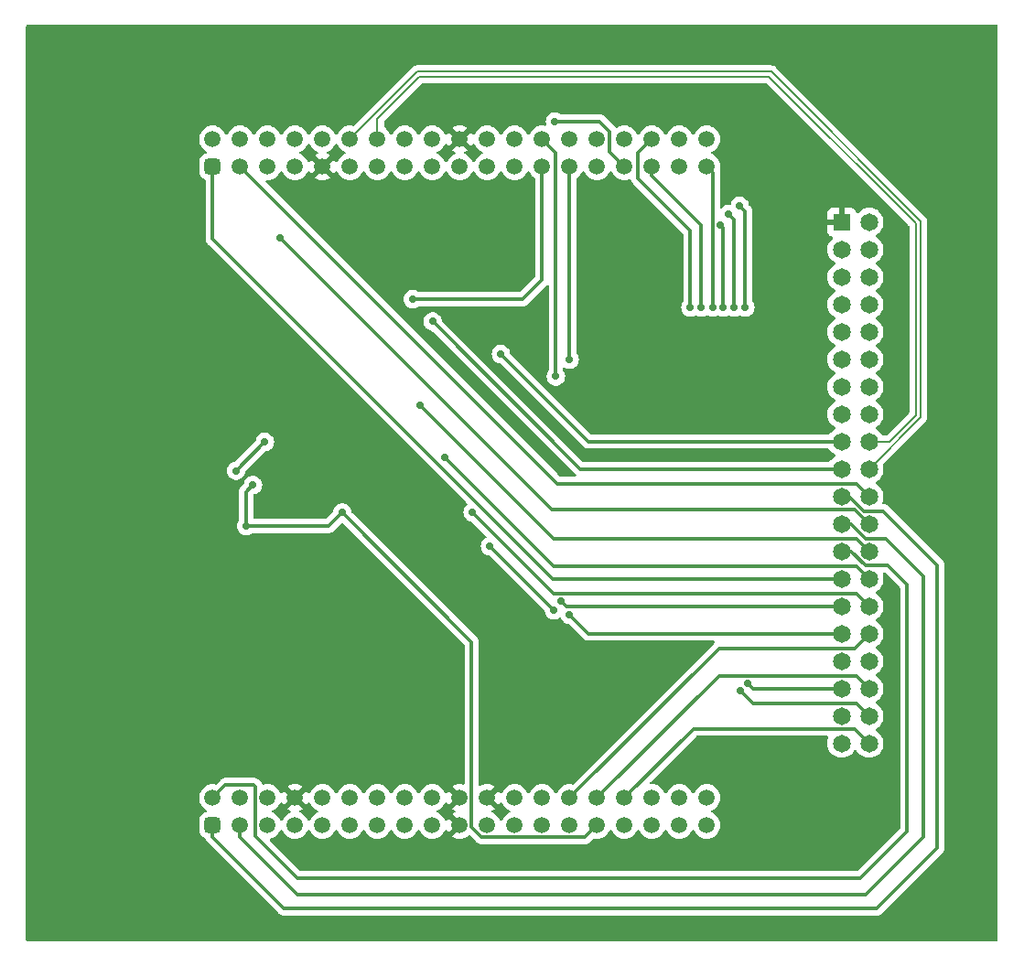
<source format=gbr>
%TF.GenerationSoftware,KiCad,Pcbnew,7.0.5-7.0.5~ubuntu22.04.1*%
%TF.CreationDate,2023-06-12T13:20:55+02:00*%
%TF.ProjectId,OBC_L476RG,4f42435f-4c34-4373-9652-472e6b696361,rev?*%
%TF.SameCoordinates,Original*%
%TF.FileFunction,Copper,L2,Bot*%
%TF.FilePolarity,Positive*%
%FSLAX46Y46*%
G04 Gerber Fmt 4.6, Leading zero omitted, Abs format (unit mm)*
G04 Created by KiCad (PCBNEW 7.0.5-7.0.5~ubuntu22.04.1) date 2023-06-12 13:20:55*
%MOMM*%
%LPD*%
G01*
G04 APERTURE LIST*
G04 Aperture macros list*
%AMRoundRect*
0 Rectangle with rounded corners*
0 $1 Rounding radius*
0 $2 $3 $4 $5 $6 $7 $8 $9 X,Y pos of 4 corners*
0 Add a 4 corners polygon primitive as box body*
4,1,4,$2,$3,$4,$5,$6,$7,$8,$9,$2,$3,0*
0 Add four circle primitives for the rounded corners*
1,1,$1+$1,$2,$3*
1,1,$1+$1,$4,$5*
1,1,$1+$1,$6,$7*
1,1,$1+$1,$8,$9*
0 Add four rect primitives between the rounded corners*
20,1,$1+$1,$2,$3,$4,$5,0*
20,1,$1+$1,$4,$5,$6,$7,0*
20,1,$1+$1,$6,$7,$8,$9,0*
20,1,$1+$1,$8,$9,$2,$3,0*%
G04 Aperture macros list end*
%TA.AperFunction,ComponentPad*%
%ADD10R,1.650000X1.650000*%
%TD*%
%TA.AperFunction,ComponentPad*%
%ADD11C,1.650000*%
%TD*%
%TA.AperFunction,ComponentPad*%
%ADD12RoundRect,0.375000X-0.375000X-0.375000X0.375000X-0.375000X0.375000X0.375000X-0.375000X0.375000X0*%
%TD*%
%TA.AperFunction,ComponentPad*%
%ADD13C,1.500000*%
%TD*%
%TA.AperFunction,ViaPad*%
%ADD14C,0.700000*%
%TD*%
%TA.AperFunction,ViaPad*%
%ADD15C,0.800000*%
%TD*%
%TA.AperFunction,Conductor*%
%ADD16C,0.300000*%
%TD*%
%TA.AperFunction,Conductor*%
%ADD17C,0.200000*%
%TD*%
G04 APERTURE END LIST*
D10*
%TO.P,J1,1,GND*%
%TO.N,GND*%
X217030718Y-64566651D03*
D11*
%TO.P,J1,2,3V3*%
%TO.N,unconnected-(J1-3V3-Pad2)*%
X219570718Y-64566651D03*
%TO.P,J1,3,V_IN*%
%TO.N,/Vin*%
X217030718Y-67106651D03*
%TO.P,J1,4,5V*%
%TO.N,unconnected-(J1-5V-Pad4)*%
X219570718Y-67106651D03*
%TO.P,J1,5,V_B*%
%TO.N,unconnected-(J1-V_B-Pad5)*%
X217030718Y-69646651D03*
%TO.P,J1,6,NC1*%
%TO.N,unconnected-(J1-NC1-Pad6)*%
X219570718Y-69646651D03*
%TO.P,J1,7,NC2*%
%TO.N,unconnected-(J1-NC2-Pad7)*%
X217030718Y-72186651D03*
%TO.P,J1,8,NC3*%
%TO.N,unconnected-(J1-NC3-Pad8)*%
X219570718Y-72186651D03*
%TO.P,J1,9,NC4*%
%TO.N,unconnected-(J1-NC4-Pad9)*%
X217030718Y-74726651D03*
%TO.P,J1,10,RD-*%
%TO.N,unconnected-(J1-RD--Pad10)*%
X219570718Y-74726651D03*
%TO.P,J1,11,NC*%
%TO.N,unconnected-(J1-NC-Pad11)*%
X217030718Y-77266651D03*
%TO.P,J1,12,RD+*%
%TO.N,unconnected-(J1-RD+-Pad12)*%
X219570718Y-77266651D03*
%TO.P,J1,13,NC*%
%TO.N,unconnected-(J1-NC-Pad13)*%
X217030718Y-79806651D03*
%TO.P,J1,14,TD-*%
%TO.N,unconnected-(J1-TD--Pad14)*%
X219570718Y-79806651D03*
%TO.P,J1,15,NC*%
%TO.N,unconnected-(J1-NC-Pad15)*%
X217030718Y-82346651D03*
%TO.P,J1,16,TD+*%
%TO.N,unconnected-(J1-TD+-Pad16)*%
X219570718Y-82346651D03*
%TO.P,J1,17,RX/SDA*%
%TO.N,/SDA{slash}RX_1*%
X217030718Y-84886651D03*
%TO.P,J1,18,D-*%
%TO.N,/USB_D-*%
X219570718Y-84886651D03*
%TO.P,J1,19,TX/SCL*%
%TO.N,/SCL{slash}TX_1*%
X217030718Y-87426651D03*
%TO.P,J1,20,D+*%
%TO.N,/USB_D+*%
X219570718Y-87426651D03*
%TO.P,J1,21,SCK*%
%TO.N,/SCK*%
X217030718Y-89966651D03*
%TO.P,J1,22,RD*%
%TO.N,/CAN_rd*%
X219570718Y-89966651D03*
%TO.P,J1,23,MOSI*%
%TO.N,/MOSI*%
X217030718Y-92506651D03*
%TO.P,J1,24,TD*%
%TO.N,/CAN_td*%
X219570718Y-92506651D03*
%TO.P,J1,25,MISO*%
%TO.N,/MISO*%
X217030718Y-95046651D03*
%TO.P,J1,26,SDA/RX*%
%TO.N,/SDA{slash}RX_2*%
X219570718Y-95046651D03*
%TO.P,J1,27,SSEL*%
%TO.N,/SSEL*%
X217030718Y-97586651D03*
%TO.P,J1,28,SCL/TX*%
%TO.N,/SCL{slash}TX_2*%
X219570718Y-97586651D03*
%TO.P,J1,29,AI_1*%
%TO.N,/P15*%
X217030718Y-100126651D03*
%TO.P,J1,30,PWM_O_1*%
%TO.N,/P26*%
X219570718Y-100126651D03*
%TO.P,J1,31,AI_2*%
%TO.N,/P16*%
X217030718Y-102666651D03*
%TO.P,J1,32,PWM_O_2*%
%TO.N,/P25*%
X219570718Y-102666651D03*
%TO.P,J1,33,AI_3*%
%TO.N,/P17*%
X217030718Y-105206651D03*
%TO.P,J1,34,PWM_O_3*%
%TO.N,/P24*%
X219570718Y-105206651D03*
%TO.P,J1,35,AI_4*%
%TO.N,/P18*%
X217030718Y-107746651D03*
%TO.P,J1,36,PWM_O_4*%
%TO.N,/P23*%
X219570718Y-107746651D03*
%TO.P,J1,37,AI_5*%
%TO.N,/P19*%
X217030718Y-110286651D03*
%TO.P,J1,38,PWM_O_5*%
%TO.N,/P22*%
X219570718Y-110286651D03*
%TO.P,J1,39,AI_6*%
%TO.N,/P20*%
X217030718Y-112826651D03*
%TO.P,J1,40,PWM_O_6*%
%TO.N,/P21*%
X219570718Y-112826651D03*
%TD*%
D12*
%TO.P,U1,1,PC10*%
%TO.N,/SCK*%
X158834000Y-120393268D03*
D13*
%TO.P,U1,2,PC11*%
%TO.N,/MISO*%
X158834000Y-117853268D03*
%TO.P,U1,3,PC12*%
%TO.N,/MOSI*%
X161374000Y-120393268D03*
%TO.P,U1,4,PD2*%
%TO.N,unconnected-(U1-PD2-Pad4)*%
X161374000Y-117853268D03*
%TO.P,U1,5,VDD*%
%TO.N,unconnected-(U1-VDD-Pad5)*%
X163914000Y-120393268D03*
%TO.P,U1,6,E5V*%
%TO.N,unconnected-(U1-E5V-Pad6)*%
X163914000Y-117853268D03*
%TO.P,U1,7,BOOT0*%
%TO.N,unconnected-(U1-BOOT0-Pad7)*%
X166454000Y-120393268D03*
%TO.P,U1,8,GND*%
%TO.N,GND*%
X166454000Y-117853268D03*
%TO.P,U1,9,-*%
%TO.N,unconnected-(U1---Pad9)*%
X168994000Y-120393268D03*
%TO.P,U1,10,-*%
%TO.N,unconnected-(U1---Pad10)*%
X168994000Y-117853268D03*
%TO.P,U1,11,-*%
%TO.N,unconnected-(U1---Pad11)*%
X171534000Y-120393268D03*
%TO.P,U1,12,IOREF*%
%TO.N,unconnected-(U1-IOREF-Pad12)*%
X171534000Y-117853268D03*
%TO.P,U1,13,PA13*%
%TO.N,unconnected-(U1-PA13-Pad13)*%
X174074000Y-120393268D03*
%TO.P,U1,14,RESET*%
%TO.N,unconnected-(U1-RESET-Pad14)*%
X174074000Y-117853268D03*
%TO.P,U1,15,PA14*%
%TO.N,unconnected-(U1-PA14-Pad15)*%
X176614000Y-120393268D03*
%TO.P,U1,16,+3V3*%
%TO.N,+3.3V*%
X176614000Y-117853268D03*
%TO.P,U1,17,PA15*%
%TO.N,unconnected-(U1-PA15-Pad17)*%
X179154000Y-120393268D03*
%TO.P,U1,18,+5V*%
%TO.N,unconnected-(U1-+5V-Pad18)*%
X179154000Y-117853268D03*
%TO.P,U1,19,GND*%
%TO.N,GND*%
X181694000Y-120393268D03*
%TO.P,U1,20,GND*%
X181694000Y-117853268D03*
%TO.P,U1,21,PB7*%
%TO.N,/SDA{slash}RX_1*%
X184234000Y-120393268D03*
%TO.P,U1,22,GND*%
%TO.N,GND*%
X184234000Y-117853268D03*
%TO.P,U1,23,PC13*%
%TO.N,unconnected-(U1-PC13-Pad23)*%
X186774000Y-120393268D03*
%TO.P,U1,24,VIN*%
%TO.N,/Vin*%
X186774000Y-117853268D03*
%TO.P,U1,25,PC14*%
%TO.N,unconnected-(U1-PC14-Pad25)*%
X189314000Y-120393268D03*
%TO.P,U1,26,-*%
%TO.N,unconnected-(U1---Pad26)*%
X189314000Y-117853268D03*
%TO.P,U1,27,PC15*%
%TO.N,unconnected-(U1-PC15-Pad27)*%
X191854000Y-120393268D03*
%TO.P,U1,28,PA0*%
%TO.N,/P25*%
X191854000Y-117853268D03*
%TO.P,U1,29,PH0*%
%TO.N,/CS*%
X194394000Y-120393268D03*
%TO.P,U1,30,PA1*%
%TO.N,/P23*%
X194394000Y-117853268D03*
%TO.P,U1,31,PH1*%
%TO.N,unconnected-(U1-PH1-Pad31)*%
X196934000Y-120393268D03*
%TO.P,U1,32,PA4*%
%TO.N,/P21*%
X196934000Y-117853268D03*
%TO.P,U1,33,VBAT*%
%TO.N,unconnected-(U1-VBAT-Pad33)*%
X199474000Y-120393268D03*
%TO.P,U1,34,PB0*%
%TO.N,unconnected-(U1-PB0-Pad34)*%
X199474000Y-117853268D03*
%TO.P,U1,35,PC2*%
%TO.N,/SD_MISO*%
X202014000Y-120393268D03*
%TO.P,U1,36,PC1/PB9*%
%TO.N,unconnected-(U1-PC1{slash}PB9-Pad36)*%
X202014000Y-117853268D03*
%TO.P,U1,37,PC3*%
%TO.N,/SD_MOSI*%
X204554000Y-120393268D03*
%TO.P,U1,38,PC0/PB8*%
%TO.N,unconnected-(U1-PC0{slash}PB8-Pad38)*%
X204554000Y-117853268D03*
D12*
%TO.P,U1,39,PC9*%
%TO.N,/SSEL*%
X158834000Y-59433268D03*
D13*
%TO.P,U1,40,PC8*%
%TO.N,unconnected-(U1-PC8-Pad40)*%
X158834000Y-56893268D03*
%TO.P,U1,41,PB8*%
%TO.N,/CAN_rd*%
X161374000Y-59433268D03*
%TO.P,U1,42,PC6*%
%TO.N,unconnected-(U1-PC6-Pad42)*%
X161374000Y-56893268D03*
%TO.P,U1,43,PB9*%
%TO.N,/CAN_td*%
X163914000Y-59433268D03*
%TO.P,U1,44,PC5*%
%TO.N,unconnected-(U1-PC5-Pad44)*%
X163914000Y-56893268D03*
%TO.P,U1,45,AVDD*%
%TO.N,unconnected-(U1-AVDD-Pad45)*%
X166454000Y-59433268D03*
%TO.P,U1,46,U5V*%
%TO.N,unconnected-(U1-U5V-Pad46)*%
X166454000Y-56893268D03*
%TO.P,U1,47,GND*%
%TO.N,GND*%
X168994000Y-59433268D03*
%TO.P,U1,48,-*%
%TO.N,unconnected-(U1---Pad48)*%
X168994000Y-56893268D03*
%TO.P,U1,49,PA5*%
%TO.N,unconnected-(U1-PA5-Pad49)*%
X171534000Y-59433268D03*
%TO.P,U1,50,PA12*%
%TO.N,/USB_D+*%
X171534000Y-56893268D03*
%TO.P,U1,51,PA6*%
%TO.N,unconnected-(U1-PA6-Pad51)*%
X174074000Y-59433268D03*
%TO.P,U1,52,PA11*%
%TO.N,/USB_D-*%
X174074000Y-56893268D03*
%TO.P,U1,53,PA7*%
%TO.N,unconnected-(U1-PA7-Pad53)*%
X176614000Y-59433268D03*
%TO.P,U1,54,PB12*%
%TO.N,unconnected-(U1-PB12-Pad54)*%
X176614000Y-56893268D03*
%TO.P,U1,55,PB6*%
%TO.N,/SCL{slash}TX_1*%
X179154000Y-59433268D03*
%TO.P,U1,56,PB11*%
%TO.N,/SDA{slash}RX_2*%
X179154000Y-56893268D03*
%TO.P,U1,57,PC7*%
%TO.N,unconnected-(U1-PC7-Pad57)*%
X181694000Y-59433268D03*
%TO.P,U1,58,GND*%
%TO.N,GND*%
X181694000Y-56893268D03*
%TO.P,U1,59,PA9*%
%TO.N,unconnected-(U1-PA9-Pad59)*%
X184234000Y-59433268D03*
%TO.P,U1,60,PB2*%
%TO.N,unconnected-(U1-PB2-Pad60)*%
X184234000Y-56893268D03*
%TO.P,U1,61,PA8*%
%TO.N,unconnected-(U1-PA8-Pad61)*%
X186774000Y-59433268D03*
%TO.P,U1,62,PB1*%
%TO.N,unconnected-(U1-PB1-Pad62)*%
X186774000Y-56893268D03*
%TO.P,U1,63,PB10*%
%TO.N,/SD_SCK*%
X189314000Y-59433268D03*
%TO.P,U1,64,PB15*%
%TO.N,/P15*%
X189314000Y-56893268D03*
%TO.P,U1,65,PB4*%
%TO.N,/P16*%
X191854000Y-59433268D03*
%TO.P,U1,66,PB14*%
%TO.N,/P17*%
X191854000Y-56893268D03*
%TO.P,U1,67,PB5*%
%TO.N,/P18*%
X194394000Y-59433268D03*
%TO.P,U1,68,PB13*%
%TO.N,/SCL{slash}TX_2*%
X194394000Y-56893268D03*
%TO.P,U1,69,PB3*%
%TO.N,/P26*%
X196934000Y-59433268D03*
%TO.P,U1,70,AGND*%
%TO.N,unconnected-(U1-AGND-Pad70)*%
X196934000Y-56893268D03*
%TO.P,U1,71,PA10*%
%TO.N,/P19*%
X199474000Y-59433268D03*
%TO.P,U1,72,PC4*%
%TO.N,/P20*%
X199474000Y-56893268D03*
%TO.P,U1,73,PA2*%
%TO.N,/P24*%
X202014000Y-59433268D03*
%TO.P,U1,74,-*%
%TO.N,unconnected-(U1---Pad74)*%
X202014000Y-56893268D03*
%TO.P,U1,75,PA3*%
%TO.N,/P22*%
X204554000Y-59433268D03*
%TO.P,U1,76,-*%
%TO.N,unconnected-(U1---Pad76)*%
X204554000Y-56893268D03*
%TD*%
D14*
%TO.N,/CS*%
X162560000Y-88900000D03*
X161925000Y-92710000D03*
X170815000Y-91440000D03*
D15*
%TO.N,GND*%
X153500000Y-94316000D03*
X155532000Y-95332000D03*
D14*
X179662000Y-115398000D03*
X174074000Y-88220000D03*
X178900000Y-115398000D03*
X166454000Y-113874000D03*
X167978000Y-113874000D03*
X178138000Y-115398000D03*
D15*
X154516000Y-94316000D03*
X153500000Y-95332000D03*
X154516000Y-95332000D03*
X155532000Y-94316000D03*
D14*
X167216000Y-113874000D03*
%TO.N,/SD_MISO*%
X184488000Y-94570000D03*
X190414000Y-100496000D03*
%TO.N,/SDA{slash}RX_1*%
X185504000Y-76790000D03*
%TO.N,/SCL{slash}TX_1*%
X179175863Y-73765863D03*
%TO.N,/CAN_td*%
X165100000Y-66040000D03*
%TO.N,/SDA{slash}RX_2*%
X178054000Y-81534000D03*
%TO.N,/SCL{slash}TX_2*%
X180340000Y-86360000D03*
%TO.N,/P15*%
X190584000Y-78855893D03*
X191092000Y-99651151D03*
%TO.N,/P26*%
X190500000Y-55245000D03*
X182880000Y-91440000D03*
%TO.N,/P16*%
X191854000Y-77298000D03*
X191854000Y-100920000D03*
%TO.N,/P17*%
X206586000Y-63836000D03*
X207094769Y-72472000D03*
%TO.N,/P24*%
X207602000Y-63074000D03*
X208110000Y-72472000D03*
%TO.N,/P18*%
X205824000Y-64852000D03*
X206078000Y-72472000D03*
X208364000Y-107271151D03*
%TO.N,/P19*%
X204046000Y-72472000D03*
%TO.N,/P22*%
X205105000Y-72472000D03*
X207645000Y-107950000D03*
%TO.N,/P20*%
X203030000Y-72472000D03*
%TO.N,/SD_SCK*%
X177354500Y-71710000D03*
X160989000Y-87581000D03*
X163660000Y-84918000D03*
%TD*%
D16*
%TO.N,/CS*%
X182794000Y-120562000D02*
X182794000Y-103419000D01*
X161925000Y-92710000D02*
X169545000Y-92710000D01*
X162560000Y-88900000D02*
X161925000Y-89535000D01*
X194394000Y-120393268D02*
X193294000Y-121493268D01*
X193294000Y-121493268D02*
X183725268Y-121493268D01*
X161925000Y-89535000D02*
X161925000Y-92710000D01*
X169545000Y-92710000D02*
X170815000Y-91440000D01*
X183725268Y-121493268D02*
X182794000Y-120562000D01*
X182794000Y-103419000D02*
X170815000Y-91440000D01*
%TO.N,/SD_MISO*%
X184488000Y-94570000D02*
X190414000Y-100496000D01*
%TO.N,/SDA{slash}RX_1*%
X185504000Y-76790000D02*
X193600651Y-84886651D01*
X193600651Y-84886651D02*
X193632000Y-84886651D01*
X193632000Y-84886651D02*
X217030718Y-84886651D01*
D17*
%TO.N,/USB_D-*%
X221474321Y-84886651D02*
X223887000Y-82473972D01*
X177956665Y-51107000D02*
X174074000Y-54989665D01*
X210302800Y-51107000D02*
X177956665Y-51107000D01*
X223887000Y-64691200D02*
X210302800Y-51107000D01*
X174074000Y-54989665D02*
X174074000Y-56893268D01*
X223887000Y-82473972D02*
X223887000Y-64691200D01*
X219570718Y-84886651D02*
X221474321Y-84886651D01*
D16*
%TO.N,/SCL{slash}TX_1*%
X179175863Y-73765863D02*
X192836651Y-87426651D01*
X192836651Y-87426651D02*
X217030718Y-87426651D01*
D17*
%TO.N,/USB_D+*%
X177770268Y-50657000D02*
X171534000Y-56893268D01*
X224337000Y-82660369D02*
X224337000Y-64504800D01*
X224337000Y-64504800D02*
X210489200Y-50657000D01*
X219570718Y-87426651D02*
X224337000Y-82660369D01*
X210489200Y-50657000D02*
X177770268Y-50657000D01*
D16*
%TO.N,/SCK*%
X165438000Y-128098000D02*
X158834000Y-121494000D01*
X220873651Y-91331651D02*
X225890000Y-96348000D01*
X217737824Y-89966651D02*
X219102824Y-91331651D01*
X219102824Y-91331651D02*
X220873651Y-91331651D01*
X158834000Y-121494000D02*
X158834000Y-120393268D01*
X225890000Y-96348000D02*
X225890000Y-122510000D01*
X225890000Y-122510000D02*
X220302000Y-128098000D01*
X220302000Y-128098000D02*
X165438000Y-128098000D01*
X217030718Y-89966651D02*
X217737824Y-89966651D01*
%TO.N,/CAN_rd*%
X219570718Y-89966651D02*
X218395718Y-88791651D01*
X190732383Y-88791651D02*
X161374000Y-59433268D01*
X218395718Y-88791651D02*
X190732383Y-88791651D01*
%TO.N,/MOSI*%
X219286000Y-126828000D02*
X166708000Y-126828000D01*
X166708000Y-126828000D02*
X161374000Y-121494000D01*
X219274017Y-93871651D02*
X221127651Y-93871651D01*
X224620000Y-97364000D02*
X224620000Y-121494000D01*
X224620000Y-121494000D02*
X219286000Y-126828000D01*
X161374000Y-121494000D02*
X161374000Y-120393268D01*
X217909017Y-92506651D02*
X219274017Y-93871651D01*
X217030718Y-92506651D02*
X217909017Y-92506651D01*
X221127651Y-93871651D02*
X224620000Y-97364000D01*
%TO.N,/CAN_td*%
X219570718Y-92506651D02*
X218205718Y-91141651D01*
X190201651Y-91141651D02*
X165100000Y-66040000D01*
X218205718Y-91141651D02*
X190201651Y-91141651D01*
%TO.N,/MISO*%
X217909017Y-95046651D02*
X219210366Y-96348000D01*
X162814000Y-116838000D02*
X162644000Y-116668000D01*
X162644000Y-116668000D02*
X160019268Y-116668000D01*
X166708000Y-125304000D02*
X162814000Y-121410000D01*
X160019268Y-116668000D02*
X158834000Y-117853268D01*
X223096000Y-98126000D02*
X223096000Y-120986000D01*
X218778000Y-125304000D02*
X166708000Y-125304000D01*
X162814000Y-121410000D02*
X162814000Y-116838000D01*
X219210366Y-96348000D02*
X221318000Y-96348000D01*
X223096000Y-120986000D02*
X218778000Y-125304000D01*
X217030718Y-95046651D02*
X217909017Y-95046651D01*
X221318000Y-96348000D02*
X223096000Y-98126000D01*
%TO.N,/SDA{slash}RX_2*%
X190391651Y-93871651D02*
X218395718Y-93871651D01*
X178054000Y-81534000D02*
X190391651Y-93871651D01*
X218395718Y-93871651D02*
X219570718Y-95046651D01*
%TO.N,/SSEL*%
X217030718Y-97586651D02*
X190298651Y-97586651D01*
X158834000Y-66122000D02*
X158834000Y-59433268D01*
X190298651Y-97586651D02*
X158834000Y-66122000D01*
%TO.N,/SCL{slash}TX_2*%
X190391651Y-96411651D02*
X218395718Y-96411651D01*
X218395718Y-96411651D02*
X219570718Y-97586651D01*
X180340000Y-86360000D02*
X190391651Y-96411651D01*
%TO.N,/P15*%
X191092000Y-99651151D02*
X191567500Y-100126651D01*
X190584000Y-58163268D02*
X189314000Y-56893268D01*
X190584000Y-78855893D02*
X190584000Y-58163268D01*
X191567500Y-100126651D02*
X217030718Y-100126651D01*
%TO.N,/P26*%
X190500000Y-55245000D02*
X194641367Y-55245000D01*
X195580000Y-58079268D02*
X196934000Y-59433268D01*
X182880000Y-91440000D02*
X190391651Y-98951651D01*
X218395718Y-98951651D02*
X219570718Y-100126651D01*
X190391651Y-98951651D02*
X218395718Y-98951651D01*
X195580000Y-56183633D02*
X195580000Y-58079268D01*
X194641367Y-55245000D02*
X195580000Y-56183633D01*
%TO.N,/P16*%
X191854000Y-77298000D02*
X191854000Y-59433268D01*
X193600651Y-102666651D02*
X191854000Y-100920000D01*
X217030718Y-102666651D02*
X193600651Y-102666651D01*
%TO.N,/P25*%
X205675617Y-104031651D02*
X218205718Y-104031651D01*
X218205718Y-104031651D02*
X219570718Y-102666651D01*
X191854000Y-117853268D02*
X205675617Y-104031651D01*
%TO.N,/P17*%
X207094769Y-72472000D02*
X207094769Y-64344769D01*
X207094769Y-64344769D02*
X206586000Y-63836000D01*
%TO.N,/P24*%
X208110000Y-72472000D02*
X208110000Y-63582000D01*
X208110000Y-63582000D02*
X207602000Y-63074000D01*
%TO.N,/P18*%
X206078000Y-72472000D02*
X206078000Y-65106000D01*
X217030718Y-107746651D02*
X208839500Y-107746651D01*
X208839500Y-107746651D02*
X208364000Y-107271151D01*
X206078000Y-65106000D02*
X205824000Y-64852000D01*
%TO.N,/P23*%
X205675617Y-106571651D02*
X218395718Y-106571651D01*
X194394000Y-117853268D02*
X205675617Y-106571651D01*
X218395718Y-106571651D02*
X219570718Y-107746651D01*
%TO.N,/P19*%
X204046000Y-64852000D02*
X199474000Y-60280000D01*
X199474000Y-60280000D02*
X199474000Y-59433268D01*
X204046000Y-72472000D02*
X204046000Y-64852000D01*
%TO.N,/P22*%
X208806651Y-109111651D02*
X207645000Y-107950000D01*
X205105000Y-72472000D02*
X205105000Y-59984268D01*
X218395718Y-109111651D02*
X208806651Y-109111651D01*
X205105000Y-59984268D02*
X204554000Y-59433268D01*
X219570718Y-110286651D02*
X218395718Y-109111651D01*
%TO.N,/P20*%
X198204000Y-60534000D02*
X203030000Y-65360000D01*
X203030000Y-72472000D02*
X203030000Y-65360000D01*
X198204000Y-60534000D02*
X198204000Y-58163268D01*
X198204000Y-58163268D02*
X199474000Y-56893268D01*
%TO.N,/P21*%
X196934000Y-117853268D02*
X203325617Y-111461651D01*
X203325617Y-111461651D02*
X218205718Y-111461651D01*
X218205718Y-111461651D02*
X219570718Y-112826651D01*
%TO.N,/SD_SCK*%
X187536000Y-71710000D02*
X189314000Y-69932000D01*
X177354500Y-71710000D02*
X187536000Y-71710000D01*
X189314000Y-69932000D02*
X189314000Y-59433268D01*
X163660000Y-84918000D02*
X163652000Y-84918000D01*
X163652000Y-84918000D02*
X160989000Y-87581000D01*
%TD*%
%TA.AperFunction,Conductor*%
%TO.N,GND*%
G36*
X221064231Y-97018185D02*
G01*
X221084873Y-97034819D01*
X222409181Y-98359127D01*
X222442666Y-98420450D01*
X222445500Y-98446808D01*
X222445499Y-120665192D01*
X222425814Y-120732231D01*
X222409180Y-120752873D01*
X218544873Y-124617181D01*
X218483550Y-124650666D01*
X218457192Y-124653500D01*
X167028808Y-124653500D01*
X166961769Y-124633815D01*
X166941127Y-124617181D01*
X164143022Y-121819076D01*
X164109537Y-121757753D01*
X164114521Y-121688061D01*
X164156393Y-121632128D01*
X164198606Y-121611621D01*
X164343330Y-121572843D01*
X164541639Y-121480370D01*
X164720877Y-121354866D01*
X164875598Y-121200145D01*
X165001102Y-121020907D01*
X165071618Y-120869682D01*
X165117790Y-120817245D01*
X165184984Y-120798093D01*
X165251865Y-120818309D01*
X165296381Y-120869682D01*
X165366898Y-121020907D01*
X165492402Y-121200145D01*
X165647123Y-121354866D01*
X165826361Y-121480370D01*
X166024670Y-121572843D01*
X166236023Y-121629475D01*
X166418926Y-121645476D01*
X166453998Y-121648545D01*
X166454000Y-121648545D01*
X166454002Y-121648545D01*
X166482254Y-121646073D01*
X166671977Y-121629475D01*
X166883330Y-121572843D01*
X167081639Y-121480370D01*
X167260877Y-121354866D01*
X167415598Y-121200145D01*
X167541102Y-121020907D01*
X167611618Y-120869682D01*
X167657790Y-120817245D01*
X167724984Y-120798093D01*
X167791865Y-120818309D01*
X167836381Y-120869682D01*
X167906898Y-121020907D01*
X168032402Y-121200145D01*
X168187123Y-121354866D01*
X168366361Y-121480370D01*
X168564670Y-121572843D01*
X168776023Y-121629475D01*
X168958926Y-121645476D01*
X168993998Y-121648545D01*
X168994000Y-121648545D01*
X168994002Y-121648545D01*
X169022254Y-121646073D01*
X169211977Y-121629475D01*
X169423330Y-121572843D01*
X169621639Y-121480370D01*
X169800877Y-121354866D01*
X169955598Y-121200145D01*
X170081102Y-121020907D01*
X170151618Y-120869682D01*
X170197790Y-120817245D01*
X170264984Y-120798093D01*
X170331865Y-120818309D01*
X170376381Y-120869682D01*
X170446898Y-121020907D01*
X170572402Y-121200145D01*
X170727123Y-121354866D01*
X170906361Y-121480370D01*
X171104670Y-121572843D01*
X171316023Y-121629475D01*
X171498926Y-121645476D01*
X171533998Y-121648545D01*
X171534000Y-121648545D01*
X171534002Y-121648545D01*
X171562254Y-121646073D01*
X171751977Y-121629475D01*
X171963330Y-121572843D01*
X172161639Y-121480370D01*
X172340877Y-121354866D01*
X172495598Y-121200145D01*
X172621102Y-121020907D01*
X172691618Y-120869682D01*
X172737790Y-120817245D01*
X172804984Y-120798093D01*
X172871865Y-120818309D01*
X172916381Y-120869682D01*
X172986898Y-121020907D01*
X173112402Y-121200145D01*
X173267123Y-121354866D01*
X173446361Y-121480370D01*
X173644670Y-121572843D01*
X173856023Y-121629475D01*
X174038926Y-121645476D01*
X174073998Y-121648545D01*
X174074000Y-121648545D01*
X174074002Y-121648545D01*
X174102254Y-121646073D01*
X174291977Y-121629475D01*
X174503330Y-121572843D01*
X174701639Y-121480370D01*
X174880877Y-121354866D01*
X175035598Y-121200145D01*
X175161102Y-121020907D01*
X175231618Y-120869682D01*
X175277790Y-120817245D01*
X175344984Y-120798093D01*
X175411865Y-120818309D01*
X175456381Y-120869682D01*
X175526898Y-121020907D01*
X175652402Y-121200145D01*
X175807123Y-121354866D01*
X175986361Y-121480370D01*
X176184670Y-121572843D01*
X176396023Y-121629475D01*
X176578926Y-121645476D01*
X176613998Y-121648545D01*
X176614000Y-121648545D01*
X176614002Y-121648545D01*
X176642254Y-121646073D01*
X176831977Y-121629475D01*
X177043330Y-121572843D01*
X177241639Y-121480370D01*
X177420877Y-121354866D01*
X177575598Y-121200145D01*
X177701102Y-121020907D01*
X177771618Y-120869682D01*
X177817790Y-120817245D01*
X177884984Y-120798093D01*
X177951865Y-120818309D01*
X177996381Y-120869682D01*
X178066898Y-121020907D01*
X178192402Y-121200145D01*
X178347123Y-121354866D01*
X178526361Y-121480370D01*
X178724670Y-121572843D01*
X178936023Y-121629475D01*
X179118926Y-121645476D01*
X179153998Y-121648545D01*
X179154000Y-121648545D01*
X179154002Y-121648545D01*
X179182254Y-121646073D01*
X179371977Y-121629475D01*
X179583330Y-121572843D01*
X179781639Y-121480370D01*
X179960877Y-121354866D01*
X180115598Y-121200145D01*
X180241102Y-121020907D01*
X180311895Y-120869090D01*
X180358066Y-120816653D01*
X180425260Y-120797501D01*
X180492141Y-120817717D01*
X180536658Y-120869092D01*
X180607335Y-121020659D01*
X180650873Y-121082839D01*
X180650875Y-121082840D01*
X181210923Y-120522791D01*
X181234507Y-120603112D01*
X181312239Y-120724066D01*
X181420900Y-120818220D01*
X181551685Y-120877948D01*
X181561464Y-120879354D01*
X181004426Y-121436392D01*
X181066611Y-121479934D01*
X181066613Y-121479935D01*
X181264840Y-121572369D01*
X181264849Y-121572373D01*
X181476105Y-121628978D01*
X181476115Y-121628980D01*
X181693999Y-121648043D01*
X181694001Y-121648043D01*
X181911884Y-121628980D01*
X181911894Y-121628978D01*
X182123150Y-121572373D01*
X182123159Y-121572369D01*
X182321387Y-121479934D01*
X182500554Y-121354479D01*
X182503759Y-121351791D01*
X182567766Y-121323775D01*
X182636758Y-121334812D01*
X182671150Y-121359096D01*
X183204832Y-121892778D01*
X183214903Y-121905348D01*
X183215090Y-121905194D01*
X183220063Y-121911205D01*
X183271810Y-121959799D01*
X183273177Y-121961123D01*
X183294233Y-121982179D01*
X183294236Y-121982181D01*
X183300025Y-121986673D01*
X183304465Y-121990465D01*
X183319070Y-122004179D01*
X183339875Y-122023716D01*
X183358466Y-122033936D01*
X183374731Y-122044620D01*
X183391502Y-122057629D01*
X183391505Y-122057631D01*
X183436095Y-122076926D01*
X183441324Y-122079488D01*
X183483900Y-122102895D01*
X183504461Y-122108173D01*
X183522865Y-122114475D01*
X183542342Y-122122904D01*
X183576660Y-122128339D01*
X183590322Y-122130503D01*
X183596032Y-122131685D01*
X183643091Y-122143768D01*
X183664313Y-122143768D01*
X183683710Y-122145294D01*
X183704673Y-122148615D01*
X183749372Y-122144389D01*
X183753038Y-122144043D01*
X183758876Y-122143768D01*
X193208495Y-122143768D01*
X193224505Y-122145535D01*
X193224528Y-122145294D01*
X193232294Y-122146028D01*
X193232295Y-122146027D01*
X193232296Y-122146028D01*
X193239271Y-122145808D01*
X193303235Y-122143799D01*
X193305183Y-122143768D01*
X193334925Y-122143768D01*
X193342190Y-122142849D01*
X193348016Y-122142390D01*
X193396569Y-122140865D01*
X193416956Y-122134941D01*
X193435996Y-122130999D01*
X193457058Y-122128339D01*
X193502235Y-122110451D01*
X193507735Y-122108568D01*
X193554398Y-122095012D01*
X193572665Y-122084207D01*
X193590136Y-122075648D01*
X193609871Y-122067836D01*
X193649177Y-122039278D01*
X193654043Y-122036081D01*
X193695865Y-122011349D01*
X193710870Y-121996343D01*
X193725668Y-121983704D01*
X193742837Y-121971231D01*
X193773809Y-121933790D01*
X193777723Y-121929489D01*
X194047887Y-121659325D01*
X194109208Y-121625842D01*
X194167662Y-121627234D01*
X194176023Y-121629475D01*
X194361537Y-121645705D01*
X194393998Y-121648545D01*
X194394000Y-121648545D01*
X194394002Y-121648545D01*
X194422254Y-121646073D01*
X194611977Y-121629475D01*
X194823330Y-121572843D01*
X195021639Y-121480370D01*
X195200877Y-121354866D01*
X195355598Y-121200145D01*
X195481102Y-121020907D01*
X195551618Y-120869682D01*
X195597790Y-120817245D01*
X195664984Y-120798093D01*
X195731865Y-120818309D01*
X195776381Y-120869682D01*
X195846898Y-121020907D01*
X195972402Y-121200145D01*
X196127123Y-121354866D01*
X196306361Y-121480370D01*
X196504670Y-121572843D01*
X196716023Y-121629475D01*
X196898926Y-121645476D01*
X196933998Y-121648545D01*
X196934000Y-121648545D01*
X196934002Y-121648545D01*
X196962254Y-121646073D01*
X197151977Y-121629475D01*
X197363330Y-121572843D01*
X197561639Y-121480370D01*
X197740877Y-121354866D01*
X197895598Y-121200145D01*
X198021102Y-121020907D01*
X198091618Y-120869682D01*
X198137790Y-120817245D01*
X198204984Y-120798093D01*
X198271865Y-120818309D01*
X198316381Y-120869682D01*
X198386898Y-121020907D01*
X198512402Y-121200145D01*
X198667123Y-121354866D01*
X198846361Y-121480370D01*
X199044670Y-121572843D01*
X199256023Y-121629475D01*
X199438926Y-121645476D01*
X199473998Y-121648545D01*
X199474000Y-121648545D01*
X199474002Y-121648545D01*
X199502254Y-121646073D01*
X199691977Y-121629475D01*
X199903330Y-121572843D01*
X200101639Y-121480370D01*
X200280877Y-121354866D01*
X200435598Y-121200145D01*
X200561102Y-121020907D01*
X200631618Y-120869682D01*
X200677790Y-120817245D01*
X200744984Y-120798093D01*
X200811865Y-120818309D01*
X200856381Y-120869682D01*
X200926898Y-121020907D01*
X201052402Y-121200145D01*
X201207123Y-121354866D01*
X201386361Y-121480370D01*
X201584670Y-121572843D01*
X201796023Y-121629475D01*
X201978926Y-121645476D01*
X202013998Y-121648545D01*
X202014000Y-121648545D01*
X202014002Y-121648545D01*
X202042254Y-121646073D01*
X202231977Y-121629475D01*
X202443330Y-121572843D01*
X202641639Y-121480370D01*
X202820877Y-121354866D01*
X202975598Y-121200145D01*
X203101102Y-121020907D01*
X203171618Y-120869682D01*
X203217790Y-120817245D01*
X203284984Y-120798093D01*
X203351865Y-120818309D01*
X203396381Y-120869682D01*
X203466898Y-121020907D01*
X203592402Y-121200145D01*
X203747123Y-121354866D01*
X203926361Y-121480370D01*
X204124670Y-121572843D01*
X204336023Y-121629475D01*
X204518926Y-121645476D01*
X204553998Y-121648545D01*
X204554000Y-121648545D01*
X204554002Y-121648545D01*
X204582254Y-121646073D01*
X204771977Y-121629475D01*
X204983330Y-121572843D01*
X205181639Y-121480370D01*
X205360877Y-121354866D01*
X205515598Y-121200145D01*
X205641102Y-121020907D01*
X205733575Y-120822598D01*
X205790207Y-120611245D01*
X205809277Y-120393268D01*
X205790207Y-120175291D01*
X205753879Y-120039715D01*
X205733577Y-119963945D01*
X205733576Y-119963944D01*
X205733575Y-119963938D01*
X205641102Y-119765630D01*
X205641099Y-119765626D01*
X205641099Y-119765625D01*
X205515599Y-119586392D01*
X205473179Y-119543972D01*
X205360877Y-119431670D01*
X205181639Y-119306166D01*
X205030414Y-119235649D01*
X204977977Y-119189478D01*
X204958825Y-119122284D01*
X204979041Y-119055403D01*
X205030414Y-119010886D01*
X205181639Y-118940370D01*
X205360877Y-118814866D01*
X205515598Y-118660145D01*
X205641102Y-118480907D01*
X205733575Y-118282598D01*
X205790207Y-118071245D01*
X205809277Y-117853268D01*
X205790207Y-117635291D01*
X205753879Y-117499715D01*
X205733577Y-117423945D01*
X205733576Y-117423944D01*
X205733575Y-117423938D01*
X205641102Y-117225630D01*
X205641099Y-117225626D01*
X205641099Y-117225625D01*
X205515599Y-117046392D01*
X205515596Y-117046389D01*
X205360877Y-116891670D01*
X205187726Y-116770428D01*
X205181638Y-116766165D01*
X205017097Y-116689439D01*
X204983330Y-116673693D01*
X204983326Y-116673692D01*
X204983322Y-116673690D01*
X204771977Y-116617061D01*
X204554002Y-116597991D01*
X204553998Y-116597991D01*
X204408682Y-116610704D01*
X204336023Y-116617061D01*
X204336020Y-116617061D01*
X204124677Y-116673690D01*
X204124668Y-116673694D01*
X203926361Y-116766166D01*
X203926357Y-116766168D01*
X203747121Y-116891670D01*
X203592402Y-117046389D01*
X203466900Y-117225625D01*
X203466898Y-117225629D01*
X203396382Y-117376851D01*
X203350209Y-117429290D01*
X203283016Y-117448442D01*
X203216135Y-117428226D01*
X203171618Y-117376851D01*
X203157118Y-117345756D01*
X203101102Y-117225630D01*
X203101099Y-117225626D01*
X203101099Y-117225625D01*
X202975599Y-117046392D01*
X202975596Y-117046389D01*
X202820877Y-116891670D01*
X202647726Y-116770428D01*
X202641638Y-116766165D01*
X202477097Y-116689439D01*
X202443330Y-116673693D01*
X202443326Y-116673692D01*
X202443322Y-116673690D01*
X202231977Y-116617061D01*
X202014002Y-116597991D01*
X202013998Y-116597991D01*
X201868681Y-116610704D01*
X201796023Y-116617061D01*
X201796020Y-116617061D01*
X201584677Y-116673690D01*
X201584668Y-116673694D01*
X201386361Y-116766166D01*
X201386357Y-116766168D01*
X201207121Y-116891670D01*
X201052402Y-117046389D01*
X200926900Y-117225625D01*
X200926898Y-117225629D01*
X200856382Y-117376851D01*
X200810209Y-117429290D01*
X200743016Y-117448442D01*
X200676135Y-117428226D01*
X200631618Y-117376851D01*
X200617118Y-117345756D01*
X200561102Y-117225630D01*
X200561099Y-117225626D01*
X200561099Y-117225625D01*
X200435599Y-117046392D01*
X200435596Y-117046389D01*
X200280877Y-116891670D01*
X200107726Y-116770428D01*
X200101638Y-116766165D01*
X199937097Y-116689439D01*
X199903330Y-116673693D01*
X199903326Y-116673692D01*
X199903322Y-116673690D01*
X199691977Y-116617061D01*
X199474002Y-116597991D01*
X199473996Y-116597991D01*
X199413637Y-116603271D01*
X199345137Y-116589504D01*
X199294955Y-116540888D01*
X199279022Y-116472859D01*
X199302398Y-116407016D01*
X199315143Y-116392069D01*
X203558743Y-112148470D01*
X203620067Y-112114985D01*
X203646425Y-112112151D01*
X215706727Y-112112151D01*
X215773766Y-112131836D01*
X215819521Y-112184640D01*
X215829465Y-112253798D01*
X215819109Y-112288555D01*
X215780400Y-112371566D01*
X215720369Y-112595599D01*
X215720368Y-112595606D01*
X215700155Y-112826649D01*
X215700155Y-112826652D01*
X215720368Y-113057695D01*
X215720369Y-113057702D01*
X215780396Y-113281725D01*
X215780397Y-113281727D01*
X215780398Y-113281730D01*
X215878417Y-113491933D01*
X216011448Y-113681920D01*
X216175449Y-113845921D01*
X216365436Y-113978952D01*
X216575639Y-114076971D01*
X216799668Y-114137000D01*
X216964703Y-114151438D01*
X217030716Y-114157214D01*
X217030718Y-114157214D01*
X217030720Y-114157214D01*
X217088480Y-114152160D01*
X217261768Y-114137000D01*
X217485797Y-114076971D01*
X217696000Y-113978952D01*
X217885987Y-113845921D01*
X218049988Y-113681920D01*
X218183019Y-113491933D01*
X218188336Y-113480529D01*
X218234508Y-113428091D01*
X218301702Y-113408939D01*
X218368583Y-113429155D01*
X218413099Y-113480529D01*
X218418417Y-113491933D01*
X218551448Y-113681920D01*
X218715449Y-113845921D01*
X218905436Y-113978952D01*
X219115639Y-114076971D01*
X219339668Y-114137000D01*
X219504703Y-114151438D01*
X219570716Y-114157214D01*
X219570718Y-114157214D01*
X219570720Y-114157214D01*
X219628480Y-114152160D01*
X219801768Y-114137000D01*
X220025797Y-114076971D01*
X220236000Y-113978952D01*
X220425987Y-113845921D01*
X220589988Y-113681920D01*
X220723019Y-113491933D01*
X220821038Y-113281730D01*
X220881067Y-113057701D01*
X220901281Y-112826651D01*
X220881067Y-112595601D01*
X220821038Y-112371572D01*
X220723019Y-112161370D01*
X220723017Y-112161367D01*
X220723016Y-112161365D01*
X220589991Y-111971386D01*
X220589986Y-111971380D01*
X220425987Y-111807381D01*
X220236000Y-111674350D01*
X220224596Y-111669032D01*
X220172158Y-111622861D01*
X220153006Y-111555667D01*
X220173222Y-111488786D01*
X220224596Y-111444269D01*
X220236000Y-111438952D01*
X220425987Y-111305921D01*
X220589988Y-111141920D01*
X220723019Y-110951933D01*
X220821038Y-110741730D01*
X220881067Y-110517701D01*
X220901281Y-110286651D01*
X220881067Y-110055601D01*
X220821038Y-109831572D01*
X220723019Y-109621370D01*
X220723017Y-109621367D01*
X220723016Y-109621365D01*
X220589991Y-109431386D01*
X220589986Y-109431380D01*
X220425987Y-109267381D01*
X220425987Y-109267380D01*
X220236000Y-109134350D01*
X220229690Y-109131407D01*
X220224592Y-109129030D01*
X220172155Y-109082855D01*
X220153006Y-109015660D01*
X220173225Y-108948780D01*
X220224599Y-108904268D01*
X220236000Y-108898952D01*
X220425987Y-108765921D01*
X220589988Y-108601920D01*
X220723019Y-108411933D01*
X220821038Y-108201730D01*
X220881067Y-107977701D01*
X220899046Y-107772194D01*
X220901281Y-107746652D01*
X220901281Y-107746649D01*
X220881067Y-107515606D01*
X220881067Y-107515601D01*
X220821038Y-107291572D01*
X220723019Y-107081370D01*
X220723017Y-107081367D01*
X220723016Y-107081365D01*
X220589991Y-106891386D01*
X220589986Y-106891380D01*
X220425987Y-106727381D01*
X220236000Y-106594350D01*
X220224596Y-106589032D01*
X220172158Y-106542861D01*
X220153006Y-106475667D01*
X220173222Y-106408786D01*
X220224596Y-106364269D01*
X220236000Y-106358952D01*
X220425987Y-106225921D01*
X220589988Y-106061920D01*
X220723019Y-105871933D01*
X220821038Y-105661730D01*
X220881067Y-105437701D01*
X220901281Y-105206651D01*
X220881067Y-104975601D01*
X220821038Y-104751572D01*
X220723019Y-104541370D01*
X220723017Y-104541367D01*
X220723016Y-104541365D01*
X220589991Y-104351386D01*
X220589986Y-104351380D01*
X220425987Y-104187381D01*
X220236000Y-104054350D01*
X220229690Y-104051407D01*
X220224592Y-104049030D01*
X220172155Y-104002855D01*
X220153006Y-103935660D01*
X220173225Y-103868780D01*
X220224599Y-103824268D01*
X220236000Y-103818952D01*
X220425987Y-103685921D01*
X220589988Y-103521920D01*
X220723019Y-103331933D01*
X220821038Y-103121730D01*
X220881067Y-102897701D01*
X220901281Y-102666651D01*
X220881067Y-102435601D01*
X220821038Y-102211572D01*
X220723019Y-102001370D01*
X220723017Y-102001367D01*
X220723016Y-102001365D01*
X220589991Y-101811386D01*
X220589986Y-101811380D01*
X220425987Y-101647381D01*
X220425981Y-101647377D01*
X220236000Y-101514350D01*
X220224596Y-101509032D01*
X220172158Y-101462861D01*
X220153006Y-101395667D01*
X220173222Y-101328786D01*
X220224596Y-101284269D01*
X220236000Y-101278952D01*
X220425987Y-101145921D01*
X220589988Y-100981920D01*
X220723019Y-100791933D01*
X220821038Y-100581730D01*
X220881067Y-100357701D01*
X220901281Y-100126651D01*
X220881067Y-99895601D01*
X220821038Y-99671572D01*
X220723019Y-99461370D01*
X220723017Y-99461367D01*
X220723016Y-99461365D01*
X220589991Y-99271386D01*
X220589986Y-99271380D01*
X220425987Y-99107381D01*
X220236000Y-98974350D01*
X220224596Y-98969032D01*
X220172158Y-98922861D01*
X220153006Y-98855667D01*
X220173222Y-98788786D01*
X220224596Y-98744269D01*
X220236000Y-98738952D01*
X220425987Y-98605921D01*
X220589988Y-98441920D01*
X220723019Y-98251933D01*
X220821038Y-98041730D01*
X220881067Y-97817701D01*
X220901281Y-97586651D01*
X220881067Y-97355601D01*
X220827206Y-97154591D01*
X220828869Y-97084744D01*
X220868031Y-97026881D01*
X220932259Y-96999377D01*
X220946981Y-96998500D01*
X220997192Y-96998500D01*
X221064231Y-97018185D01*
G37*
%TD.AperFunction*%
%TA.AperFunction,Conductor*%
G36*
X181234507Y-118063112D02*
G01*
X181312239Y-118184066D01*
X181420900Y-118278220D01*
X181551685Y-118337948D01*
X181561464Y-118339354D01*
X181004426Y-118896392D01*
X181066611Y-118939934D01*
X181066613Y-118939935D01*
X181218767Y-119010886D01*
X181271206Y-119057058D01*
X181290358Y-119124252D01*
X181270142Y-119191133D01*
X181218767Y-119235650D01*
X181066614Y-119306600D01*
X181066612Y-119306601D01*
X181004428Y-119350143D01*
X181004427Y-119350143D01*
X181561466Y-119907181D01*
X181551685Y-119908588D01*
X181420900Y-119968316D01*
X181312239Y-120062470D01*
X181234507Y-120183424D01*
X181210923Y-120263743D01*
X180650875Y-119703695D01*
X180650875Y-119703696D01*
X180607333Y-119765880D01*
X180607332Y-119765882D01*
X180536658Y-119917443D01*
X180490485Y-119969882D01*
X180423292Y-119989034D01*
X180356411Y-119968818D01*
X180311894Y-119917443D01*
X180272515Y-119832995D01*
X180241102Y-119765630D01*
X180241099Y-119765626D01*
X180241099Y-119765625D01*
X180115599Y-119586392D01*
X180073179Y-119543972D01*
X179960877Y-119431670D01*
X179781639Y-119306166D01*
X179630414Y-119235649D01*
X179577977Y-119189478D01*
X179558825Y-119122284D01*
X179579041Y-119055403D01*
X179630414Y-119010886D01*
X179781639Y-118940370D01*
X179960877Y-118814866D01*
X180115598Y-118660145D01*
X180241102Y-118480907D01*
X180311895Y-118329090D01*
X180358066Y-118276653D01*
X180425260Y-118257501D01*
X180492141Y-118277717D01*
X180536658Y-118329092D01*
X180607335Y-118480659D01*
X180650873Y-118542839D01*
X180650875Y-118542840D01*
X181210923Y-117982791D01*
X181234507Y-118063112D01*
G37*
%TD.AperFunction*%
%TA.AperFunction,Conductor*%
G36*
X165994507Y-118063112D02*
G01*
X166072239Y-118184066D01*
X166180900Y-118278220D01*
X166311685Y-118337948D01*
X166321466Y-118339354D01*
X165764426Y-118896392D01*
X165826611Y-118939934D01*
X165826617Y-118939937D01*
X165978174Y-119010609D01*
X166030614Y-119056781D01*
X166049766Y-119123974D01*
X166029551Y-119190856D01*
X165978176Y-119235373D01*
X165890542Y-119276238D01*
X165840023Y-119299796D01*
X165826358Y-119306168D01*
X165826357Y-119306168D01*
X165647121Y-119431670D01*
X165492402Y-119586389D01*
X165366900Y-119765625D01*
X165366898Y-119765629D01*
X165296382Y-119916851D01*
X165250209Y-119969290D01*
X165183016Y-119988442D01*
X165116135Y-119968226D01*
X165071618Y-119916851D01*
X165032515Y-119832995D01*
X165001102Y-119765630D01*
X165001099Y-119765626D01*
X165001099Y-119765625D01*
X164875599Y-119586392D01*
X164833179Y-119543972D01*
X164720877Y-119431670D01*
X164541639Y-119306166D01*
X164390414Y-119235649D01*
X164337977Y-119189478D01*
X164318825Y-119122284D01*
X164339041Y-119055403D01*
X164390414Y-119010886D01*
X164541639Y-118940370D01*
X164720877Y-118814866D01*
X164875598Y-118660145D01*
X165001102Y-118480907D01*
X165071895Y-118329090D01*
X165118066Y-118276653D01*
X165185260Y-118257501D01*
X165252141Y-118277717D01*
X165296658Y-118329092D01*
X165367335Y-118480659D01*
X165410873Y-118542839D01*
X165410875Y-118542840D01*
X165970923Y-117982791D01*
X165994507Y-118063112D01*
G37*
%TD.AperFunction*%
%TA.AperFunction,Conductor*%
G36*
X167497124Y-118542840D02*
G01*
X167540667Y-118480654D01*
X167540668Y-118480652D01*
X167611341Y-118329093D01*
X167657513Y-118276653D01*
X167724706Y-118257501D01*
X167791587Y-118277716D01*
X167836105Y-118329092D01*
X167906897Y-118480906D01*
X167906898Y-118480907D01*
X168032402Y-118660145D01*
X168187123Y-118814866D01*
X168360467Y-118936243D01*
X168366361Y-118940370D01*
X168517583Y-119010886D01*
X168570022Y-119057058D01*
X168589174Y-119124252D01*
X168568958Y-119191133D01*
X168517583Y-119235650D01*
X168366361Y-119306166D01*
X168366357Y-119306168D01*
X168187121Y-119431670D01*
X168032402Y-119586389D01*
X167906900Y-119765625D01*
X167906898Y-119765629D01*
X167836382Y-119916851D01*
X167790209Y-119969290D01*
X167723016Y-119988442D01*
X167656135Y-119968226D01*
X167611618Y-119916851D01*
X167572515Y-119832995D01*
X167541102Y-119765630D01*
X167541099Y-119765626D01*
X167541099Y-119765625D01*
X167415599Y-119586392D01*
X167373179Y-119543972D01*
X167260877Y-119431670D01*
X167122978Y-119335112D01*
X167081638Y-119306165D01*
X166929824Y-119235373D01*
X166877385Y-119189200D01*
X166858233Y-119122007D01*
X166878449Y-119055126D01*
X166929825Y-119010609D01*
X167081384Y-118939936D01*
X167081386Y-118939935D01*
X167143572Y-118896392D01*
X166586534Y-118339354D01*
X166596315Y-118337948D01*
X166727100Y-118278220D01*
X166835761Y-118184066D01*
X166913493Y-118063112D01*
X166937076Y-117982792D01*
X167497124Y-118542840D01*
G37*
%TD.AperFunction*%
%TA.AperFunction,Conductor*%
G36*
X185277124Y-118542840D02*
G01*
X185320667Y-118480654D01*
X185320668Y-118480652D01*
X185391341Y-118329093D01*
X185437513Y-118276653D01*
X185504706Y-118257501D01*
X185571587Y-118277716D01*
X185616105Y-118329092D01*
X185686897Y-118480906D01*
X185686898Y-118480907D01*
X185812402Y-118660145D01*
X185967123Y-118814866D01*
X186140467Y-118936243D01*
X186146361Y-118940370D01*
X186297583Y-119010886D01*
X186350022Y-119057058D01*
X186369174Y-119124252D01*
X186348958Y-119191133D01*
X186297583Y-119235650D01*
X186146361Y-119306166D01*
X186146357Y-119306168D01*
X185967121Y-119431670D01*
X185812402Y-119586389D01*
X185686900Y-119765625D01*
X185686898Y-119765629D01*
X185616382Y-119916851D01*
X185570209Y-119969290D01*
X185503016Y-119988442D01*
X185436135Y-119968226D01*
X185391618Y-119916851D01*
X185352515Y-119832995D01*
X185321102Y-119765630D01*
X185321099Y-119765626D01*
X185321099Y-119765625D01*
X185195599Y-119586392D01*
X185153179Y-119543972D01*
X185040877Y-119431670D01*
X184902978Y-119335112D01*
X184861638Y-119306165D01*
X184709824Y-119235373D01*
X184657385Y-119189200D01*
X184638233Y-119122007D01*
X184658449Y-119055126D01*
X184709825Y-119010609D01*
X184861384Y-118939936D01*
X184861386Y-118939935D01*
X184923572Y-118896392D01*
X184366534Y-118339354D01*
X184376315Y-118337948D01*
X184507100Y-118278220D01*
X184615761Y-118184066D01*
X184693493Y-118063112D01*
X184717076Y-117982792D01*
X185277124Y-118542840D01*
G37*
%TD.AperFunction*%
%TA.AperFunction,Conductor*%
G36*
X210069742Y-51727185D02*
G01*
X210090384Y-51743819D01*
X223250180Y-64903614D01*
X223283665Y-64964937D01*
X223286499Y-64991295D01*
X223286499Y-82173875D01*
X223266814Y-82240914D01*
X223250180Y-82261556D01*
X221261905Y-84249832D01*
X221200582Y-84283317D01*
X221174224Y-84286151D01*
X220832012Y-84286151D01*
X220764973Y-84266466D01*
X220726169Y-84225771D01*
X220726124Y-84225804D01*
X220725913Y-84225502D01*
X220724626Y-84224153D01*
X220723018Y-84221369D01*
X220589991Y-84031386D01*
X220589986Y-84031380D01*
X220425987Y-83867381D01*
X220425981Y-83867377D01*
X220236000Y-83734350D01*
X220224596Y-83729032D01*
X220172158Y-83682861D01*
X220153006Y-83615667D01*
X220173222Y-83548786D01*
X220224596Y-83504269D01*
X220236000Y-83498952D01*
X220425987Y-83365921D01*
X220589988Y-83201920D01*
X220723019Y-83011933D01*
X220821038Y-82801730D01*
X220881067Y-82577701D01*
X220901281Y-82346651D01*
X220881067Y-82115601D01*
X220821038Y-81891572D01*
X220723019Y-81681370D01*
X220723017Y-81681367D01*
X220723016Y-81681365D01*
X220589991Y-81491386D01*
X220589986Y-81491380D01*
X220425987Y-81327381D01*
X220425981Y-81327377D01*
X220236000Y-81194350D01*
X220224596Y-81189032D01*
X220172158Y-81142861D01*
X220153006Y-81075667D01*
X220173222Y-81008786D01*
X220224596Y-80964269D01*
X220236000Y-80958952D01*
X220425987Y-80825921D01*
X220589988Y-80661920D01*
X220723019Y-80471933D01*
X220821038Y-80261730D01*
X220881067Y-80037701D01*
X220901281Y-79806651D01*
X220881067Y-79575601D01*
X220821038Y-79351572D01*
X220723019Y-79141370D01*
X220723017Y-79141367D01*
X220723016Y-79141365D01*
X220589991Y-78951386D01*
X220589986Y-78951380D01*
X220425987Y-78787381D01*
X220425981Y-78787377D01*
X220236000Y-78654350D01*
X220224596Y-78649032D01*
X220172158Y-78602861D01*
X220153006Y-78535667D01*
X220173222Y-78468786D01*
X220224596Y-78424269D01*
X220236000Y-78418952D01*
X220425987Y-78285921D01*
X220589988Y-78121920D01*
X220723019Y-77931933D01*
X220821038Y-77721730D01*
X220881067Y-77497701D01*
X220901281Y-77266651D01*
X220881067Y-77035601D01*
X220821038Y-76811572D01*
X220723019Y-76601370D01*
X220723017Y-76601367D01*
X220723016Y-76601365D01*
X220589991Y-76411386D01*
X220589986Y-76411380D01*
X220425987Y-76247381D01*
X220293308Y-76154478D01*
X220236000Y-76114350D01*
X220224596Y-76109032D01*
X220172158Y-76062861D01*
X220153006Y-75995667D01*
X220173222Y-75928786D01*
X220224596Y-75884269D01*
X220236000Y-75878952D01*
X220425987Y-75745921D01*
X220589988Y-75581920D01*
X220723019Y-75391933D01*
X220821038Y-75181730D01*
X220881067Y-74957701D01*
X220901281Y-74726651D01*
X220881067Y-74495601D01*
X220821038Y-74271572D01*
X220723019Y-74061370D01*
X220723017Y-74061367D01*
X220723016Y-74061365D01*
X220589991Y-73871386D01*
X220589986Y-73871380D01*
X220425987Y-73707381D01*
X220406156Y-73693495D01*
X220236000Y-73574350D01*
X220224596Y-73569032D01*
X220172158Y-73522861D01*
X220153006Y-73455667D01*
X220173222Y-73388786D01*
X220224596Y-73344269D01*
X220236000Y-73338952D01*
X220425987Y-73205921D01*
X220589988Y-73041920D01*
X220723019Y-72851933D01*
X220821038Y-72641730D01*
X220881067Y-72417701D01*
X220901281Y-72186651D01*
X220881067Y-71955601D01*
X220821038Y-71731572D01*
X220723019Y-71521370D01*
X220723017Y-71521367D01*
X220723016Y-71521365D01*
X220589991Y-71331386D01*
X220589986Y-71331380D01*
X220425987Y-71167381D01*
X220425981Y-71167377D01*
X220236000Y-71034350D01*
X220224596Y-71029032D01*
X220172158Y-70982861D01*
X220153006Y-70915667D01*
X220173222Y-70848786D01*
X220224596Y-70804269D01*
X220236000Y-70798952D01*
X220425987Y-70665921D01*
X220589988Y-70501920D01*
X220723019Y-70311933D01*
X220821038Y-70101730D01*
X220881067Y-69877701D01*
X220901281Y-69646651D01*
X220881067Y-69415601D01*
X220821038Y-69191572D01*
X220723019Y-68981370D01*
X220723017Y-68981367D01*
X220723016Y-68981365D01*
X220589991Y-68791386D01*
X220589986Y-68791380D01*
X220425987Y-68627381D01*
X220425981Y-68627377D01*
X220236000Y-68494350D01*
X220224596Y-68489032D01*
X220172158Y-68442861D01*
X220153006Y-68375667D01*
X220173222Y-68308786D01*
X220224596Y-68264269D01*
X220236000Y-68258952D01*
X220425987Y-68125921D01*
X220589988Y-67961920D01*
X220723019Y-67771933D01*
X220821038Y-67561730D01*
X220881067Y-67337701D01*
X220901281Y-67106651D01*
X220881067Y-66875601D01*
X220821038Y-66651572D01*
X220723019Y-66441370D01*
X220723017Y-66441367D01*
X220723016Y-66441365D01*
X220589991Y-66251386D01*
X220589986Y-66251380D01*
X220425987Y-66087381D01*
X220358320Y-66040000D01*
X220236000Y-65954350D01*
X220224596Y-65949032D01*
X220172158Y-65902861D01*
X220153006Y-65835667D01*
X220173222Y-65768786D01*
X220224596Y-65724269D01*
X220236000Y-65718952D01*
X220425987Y-65585921D01*
X220589988Y-65421920D01*
X220723019Y-65231933D01*
X220821038Y-65021730D01*
X220881067Y-64797701D01*
X220901281Y-64566651D01*
X220897966Y-64528765D01*
X220891399Y-64453698D01*
X220881067Y-64335601D01*
X220821038Y-64111572D01*
X220723019Y-63901370D01*
X220723017Y-63901367D01*
X220723016Y-63901365D01*
X220589991Y-63711386D01*
X220589986Y-63711380D01*
X220425987Y-63547381D01*
X220398278Y-63527979D01*
X220236000Y-63414350D01*
X220025797Y-63316331D01*
X220025794Y-63316330D01*
X220025792Y-63316329D01*
X219801769Y-63256302D01*
X219801762Y-63256301D01*
X219570720Y-63236088D01*
X219570716Y-63236088D01*
X219339673Y-63256301D01*
X219339666Y-63256302D01*
X219115635Y-63316332D01*
X218905436Y-63414350D01*
X218905432Y-63414352D01*
X218715453Y-63547377D01*
X218559688Y-63703142D01*
X218498365Y-63736626D01*
X218428673Y-63731642D01*
X218372740Y-63689770D01*
X218353641Y-63641218D01*
X218351098Y-63641819D01*
X218349314Y-63634271D01*
X218299072Y-63499564D01*
X218299068Y-63499557D01*
X218212908Y-63384463D01*
X218212905Y-63384460D01*
X218097811Y-63298300D01*
X218097804Y-63298296D01*
X217963097Y-63248054D01*
X217963090Y-63248052D01*
X217903562Y-63241651D01*
X217280718Y-63241651D01*
X217280718Y-64074967D01*
X217251899Y-64057442D01*
X217106314Y-64016651D01*
X216993096Y-64016651D01*
X216880935Y-64032067D01*
X216780718Y-64075597D01*
X216780718Y-63241651D01*
X216157873Y-63241651D01*
X216098345Y-63248052D01*
X216098338Y-63248054D01*
X215963631Y-63298296D01*
X215963624Y-63298300D01*
X215848530Y-63384460D01*
X215848527Y-63384463D01*
X215762367Y-63499557D01*
X215762363Y-63499564D01*
X215712121Y-63634271D01*
X215712119Y-63634278D01*
X215705718Y-63693806D01*
X215705718Y-64316651D01*
X216535866Y-64316651D01*
X216487159Y-64453698D01*
X216476841Y-64604537D01*
X216507602Y-64752566D01*
X216540808Y-64816651D01*
X215705718Y-64816651D01*
X215705718Y-65439495D01*
X215712119Y-65499023D01*
X215712121Y-65499030D01*
X215762363Y-65633737D01*
X215762367Y-65633744D01*
X215848527Y-65748838D01*
X215848530Y-65748841D01*
X215963624Y-65835001D01*
X215963631Y-65835005D01*
X216098338Y-65885247D01*
X216105886Y-65887031D01*
X216105229Y-65889810D01*
X216157317Y-65911375D01*
X216197175Y-65968761D01*
X216199680Y-66038586D01*
X216167209Y-66095621D01*
X216011444Y-66251386D01*
X215878419Y-66441365D01*
X215878417Y-66441369D01*
X215780399Y-66651568D01*
X215720369Y-66875599D01*
X215720368Y-66875606D01*
X215700155Y-67106649D01*
X215700155Y-67106652D01*
X215720368Y-67337695D01*
X215720369Y-67337702D01*
X215780396Y-67561725D01*
X215780397Y-67561727D01*
X215780398Y-67561730D01*
X215878417Y-67771933D01*
X216011448Y-67961920D01*
X216175449Y-68125921D01*
X216365436Y-68258952D01*
X216376839Y-68264269D01*
X216429278Y-68310441D01*
X216448430Y-68377635D01*
X216428214Y-68444516D01*
X216376841Y-68489032D01*
X216365438Y-68494349D01*
X216365432Y-68494352D01*
X216175453Y-68627377D01*
X216175447Y-68627382D01*
X216011449Y-68791380D01*
X216011444Y-68791386D01*
X215878419Y-68981365D01*
X215878417Y-68981369D01*
X215780399Y-69191568D01*
X215720369Y-69415599D01*
X215720368Y-69415606D01*
X215700155Y-69646649D01*
X215700155Y-69646652D01*
X215720368Y-69877695D01*
X215720369Y-69877702D01*
X215780396Y-70101725D01*
X215780397Y-70101727D01*
X215780398Y-70101730D01*
X215878417Y-70311933D01*
X216011448Y-70501920D01*
X216175449Y-70665921D01*
X216365436Y-70798952D01*
X216376839Y-70804269D01*
X216429278Y-70850441D01*
X216448430Y-70917635D01*
X216428214Y-70984516D01*
X216376841Y-71029032D01*
X216365438Y-71034349D01*
X216365432Y-71034352D01*
X216175453Y-71167377D01*
X216175447Y-71167382D01*
X216011449Y-71331380D01*
X216011444Y-71331386D01*
X215878419Y-71521365D01*
X215878417Y-71521369D01*
X215780399Y-71731568D01*
X215720369Y-71955599D01*
X215720368Y-71955606D01*
X215700155Y-72186649D01*
X215700155Y-72186652D01*
X215720368Y-72417695D01*
X215720369Y-72417702D01*
X215780396Y-72641725D01*
X215780397Y-72641727D01*
X215780398Y-72641730D01*
X215878417Y-72851933D01*
X216011448Y-73041920D01*
X216175449Y-73205921D01*
X216365436Y-73338952D01*
X216376839Y-73344269D01*
X216429278Y-73390441D01*
X216448430Y-73457635D01*
X216428214Y-73524516D01*
X216376841Y-73569032D01*
X216365438Y-73574349D01*
X216365432Y-73574352D01*
X216175453Y-73707377D01*
X216175447Y-73707382D01*
X216011449Y-73871380D01*
X216011444Y-73871386D01*
X215878419Y-74061365D01*
X215878417Y-74061369D01*
X215780399Y-74271568D01*
X215720369Y-74495599D01*
X215720368Y-74495606D01*
X215700155Y-74726649D01*
X215700155Y-74726652D01*
X215720368Y-74957695D01*
X215720369Y-74957702D01*
X215780396Y-75181725D01*
X215780397Y-75181727D01*
X215780398Y-75181730D01*
X215878417Y-75391933D01*
X216011448Y-75581920D01*
X216175449Y-75745921D01*
X216365436Y-75878952D01*
X216376839Y-75884269D01*
X216429278Y-75930441D01*
X216448430Y-75997635D01*
X216428214Y-76064516D01*
X216376841Y-76109032D01*
X216365438Y-76114349D01*
X216365432Y-76114352D01*
X216175453Y-76247377D01*
X216175447Y-76247382D01*
X216011449Y-76411380D01*
X216011444Y-76411386D01*
X215878419Y-76601365D01*
X215878417Y-76601369D01*
X215780399Y-76811568D01*
X215720369Y-77035599D01*
X215720368Y-77035606D01*
X215700155Y-77266649D01*
X215700155Y-77266652D01*
X215720368Y-77497695D01*
X215720369Y-77497702D01*
X215780396Y-77721725D01*
X215780397Y-77721727D01*
X215780398Y-77721730D01*
X215878417Y-77931933D01*
X216011448Y-78121920D01*
X216175449Y-78285921D01*
X216365436Y-78418952D01*
X216376839Y-78424269D01*
X216429278Y-78470441D01*
X216448430Y-78537635D01*
X216428214Y-78604516D01*
X216376841Y-78649032D01*
X216365438Y-78654349D01*
X216365432Y-78654352D01*
X216175453Y-78787377D01*
X216175447Y-78787382D01*
X216011449Y-78951380D01*
X216011444Y-78951386D01*
X215878419Y-79141365D01*
X215878417Y-79141369D01*
X215780399Y-79351568D01*
X215720369Y-79575599D01*
X215720368Y-79575606D01*
X215700155Y-79806649D01*
X215700155Y-79806652D01*
X215720368Y-80037695D01*
X215720369Y-80037702D01*
X215780396Y-80261725D01*
X215780397Y-80261727D01*
X215780398Y-80261730D01*
X215878417Y-80471933D01*
X216011448Y-80661920D01*
X216175449Y-80825921D01*
X216365436Y-80958952D01*
X216376839Y-80964269D01*
X216429278Y-81010441D01*
X216448430Y-81077635D01*
X216428214Y-81144516D01*
X216376841Y-81189032D01*
X216365438Y-81194349D01*
X216365432Y-81194352D01*
X216175453Y-81327377D01*
X216175447Y-81327382D01*
X216011449Y-81491380D01*
X216011444Y-81491386D01*
X215878419Y-81681365D01*
X215878417Y-81681369D01*
X215780399Y-81891568D01*
X215720369Y-82115599D01*
X215720368Y-82115606D01*
X215700155Y-82346649D01*
X215700155Y-82346652D01*
X215720368Y-82577695D01*
X215720369Y-82577702D01*
X215780396Y-82801725D01*
X215780397Y-82801727D01*
X215780398Y-82801730D01*
X215878417Y-83011933D01*
X216011448Y-83201920D01*
X216175449Y-83365921D01*
X216365436Y-83498952D01*
X216376839Y-83504269D01*
X216429278Y-83550441D01*
X216448430Y-83617635D01*
X216428214Y-83684516D01*
X216376841Y-83729032D01*
X216365438Y-83734349D01*
X216365432Y-83734352D01*
X216175453Y-83867377D01*
X216175447Y-83867382D01*
X216011449Y-84031380D01*
X216011444Y-84031386D01*
X215905092Y-84183274D01*
X215850515Y-84226899D01*
X215803517Y-84236151D01*
X193921459Y-84236151D01*
X193854420Y-84216466D01*
X193833778Y-84199832D01*
X186382628Y-76748682D01*
X186349143Y-76687359D01*
X186346988Y-76673961D01*
X186345956Y-76664146D01*
X186340497Y-76612197D01*
X186285250Y-76442165D01*
X186195859Y-76287335D01*
X186149003Y-76235296D01*
X186076235Y-76154478D01*
X186076232Y-76154476D01*
X186076231Y-76154475D01*
X186076230Y-76154474D01*
X185931593Y-76049388D01*
X185768267Y-75976671D01*
X185768265Y-75976670D01*
X185640594Y-75949533D01*
X185593391Y-75939500D01*
X185414609Y-75939500D01*
X185383954Y-75946015D01*
X185239733Y-75976670D01*
X185239728Y-75976672D01*
X185076408Y-76049387D01*
X184931768Y-76154475D01*
X184812140Y-76287336D01*
X184722750Y-76442164D01*
X184722747Y-76442170D01*
X184667504Y-76612192D01*
X184667503Y-76612194D01*
X184648815Y-76789999D01*
X184667503Y-76967805D01*
X184667504Y-76967807D01*
X184722747Y-77137829D01*
X184722750Y-77137835D01*
X184812141Y-77292665D01*
X184816944Y-77297999D01*
X184931764Y-77425521D01*
X184931767Y-77425523D01*
X184931770Y-77425526D01*
X185076407Y-77530612D01*
X185239733Y-77603329D01*
X185239735Y-77603329D01*
X185239736Y-77603330D01*
X185296275Y-77615347D01*
X185404010Y-77638247D01*
X185465490Y-77671438D01*
X185465909Y-77671855D01*
X193080215Y-85286161D01*
X193090286Y-85298731D01*
X193090473Y-85298577D01*
X193095446Y-85304588D01*
X193147193Y-85353182D01*
X193148560Y-85354506D01*
X193169617Y-85375563D01*
X193169618Y-85375564D01*
X193175409Y-85380056D01*
X193179849Y-85383849D01*
X193195911Y-85398931D01*
X193215258Y-85417099D01*
X193233849Y-85427319D01*
X193250114Y-85438003D01*
X193266885Y-85451012D01*
X193266888Y-85451014D01*
X193311478Y-85470309D01*
X193316707Y-85472871D01*
X193359283Y-85496278D01*
X193379844Y-85501556D01*
X193398248Y-85507858D01*
X193417725Y-85516287D01*
X193455578Y-85522281D01*
X193465705Y-85523886D01*
X193471415Y-85525068D01*
X193518474Y-85537151D01*
X193539696Y-85537151D01*
X193559093Y-85538677D01*
X193580056Y-85541998D01*
X193628423Y-85537425D01*
X193634260Y-85537151D01*
X215803516Y-85537151D01*
X215870555Y-85556836D01*
X215905090Y-85590026D01*
X216011448Y-85741920D01*
X216175449Y-85905921D01*
X216365436Y-86038952D01*
X216376839Y-86044269D01*
X216429278Y-86090441D01*
X216448430Y-86157635D01*
X216428214Y-86224516D01*
X216376841Y-86269032D01*
X216365438Y-86274349D01*
X216365432Y-86274352D01*
X216175453Y-86407377D01*
X216175447Y-86407382D01*
X216011449Y-86571380D01*
X216011444Y-86571386D01*
X215905092Y-86723274D01*
X215850515Y-86766899D01*
X215803517Y-86776151D01*
X193157459Y-86776151D01*
X193090420Y-86756466D01*
X193069778Y-86739832D01*
X180054491Y-73724545D01*
X180021006Y-73663222D01*
X180018851Y-73649824D01*
X180012360Y-73588061D01*
X180006177Y-73569033D01*
X179969982Y-73457635D01*
X179957115Y-73418033D01*
X179957112Y-73418027D01*
X179867722Y-73263198D01*
X179816149Y-73205921D01*
X179748098Y-73130341D01*
X179748095Y-73130339D01*
X179748094Y-73130338D01*
X179748093Y-73130337D01*
X179603456Y-73025251D01*
X179440130Y-72952534D01*
X179440128Y-72952533D01*
X179312457Y-72925396D01*
X179265254Y-72915363D01*
X179086472Y-72915363D01*
X179055817Y-72921878D01*
X178911596Y-72952533D01*
X178911591Y-72952535D01*
X178748271Y-73025250D01*
X178603631Y-73130338D01*
X178484003Y-73263199D01*
X178394613Y-73418027D01*
X178394610Y-73418033D01*
X178339367Y-73588055D01*
X178339366Y-73588057D01*
X178320678Y-73765863D01*
X178339366Y-73943668D01*
X178339367Y-73943670D01*
X178394610Y-74113692D01*
X178394613Y-74113698D01*
X178484004Y-74268528D01*
X178525675Y-74314809D01*
X178603627Y-74401384D01*
X178603630Y-74401386D01*
X178603633Y-74401389D01*
X178748270Y-74506475D01*
X178911596Y-74579192D01*
X178911598Y-74579192D01*
X178911599Y-74579193D01*
X178968138Y-74591210D01*
X179075873Y-74614110D01*
X179137353Y-74647301D01*
X179137772Y-74647718D01*
X192316215Y-87826161D01*
X192326286Y-87838731D01*
X192326473Y-87838577D01*
X192331446Y-87844588D01*
X192383193Y-87893182D01*
X192384560Y-87894506D01*
X192405617Y-87915563D01*
X192405620Y-87915566D01*
X192411396Y-87920047D01*
X192415814Y-87923818D01*
X192418902Y-87926715D01*
X192454328Y-87986937D01*
X192451571Y-88056752D01*
X192411507Y-88113995D01*
X192346856Y-88140490D01*
X192334065Y-88141151D01*
X191053191Y-88141151D01*
X190986152Y-88121466D01*
X190965510Y-88104832D01*
X163755151Y-60894473D01*
X163721666Y-60833150D01*
X163726650Y-60763458D01*
X163768522Y-60707525D01*
X163833986Y-60683108D01*
X163853635Y-60683263D01*
X163901267Y-60687431D01*
X163913999Y-60688545D01*
X163914000Y-60688545D01*
X163914002Y-60688545D01*
X163942254Y-60686073D01*
X164131977Y-60669475D01*
X164343330Y-60612843D01*
X164541639Y-60520370D01*
X164720877Y-60394866D01*
X164875598Y-60240145D01*
X165001102Y-60060907D01*
X165071618Y-59909682D01*
X165117790Y-59857245D01*
X165184984Y-59838093D01*
X165251865Y-59858309D01*
X165296381Y-59909682D01*
X165366898Y-60060907D01*
X165492402Y-60240145D01*
X165647123Y-60394866D01*
X165826361Y-60520370D01*
X166024670Y-60612843D01*
X166024676Y-60612844D01*
X166024677Y-60612845D01*
X166055364Y-60621067D01*
X166236023Y-60669475D01*
X166418926Y-60685476D01*
X166453998Y-60688545D01*
X166454000Y-60688545D01*
X166454002Y-60688545D01*
X166482254Y-60686073D01*
X166671977Y-60669475D01*
X166883330Y-60612843D01*
X167081639Y-60520370D01*
X167260877Y-60394866D01*
X167415598Y-60240145D01*
X167541102Y-60060907D01*
X167611895Y-59909090D01*
X167658066Y-59856653D01*
X167725260Y-59837501D01*
X167792141Y-59857717D01*
X167836658Y-59909092D01*
X167907335Y-60060659D01*
X167950873Y-60122839D01*
X167950875Y-60122840D01*
X168510923Y-59562791D01*
X168534507Y-59643112D01*
X168612239Y-59764066D01*
X168720900Y-59858220D01*
X168851685Y-59917948D01*
X168861466Y-59919354D01*
X168304426Y-60476392D01*
X168366611Y-60519934D01*
X168366613Y-60519935D01*
X168564840Y-60612369D01*
X168564849Y-60612373D01*
X168776105Y-60668978D01*
X168776115Y-60668980D01*
X168993999Y-60688043D01*
X168994001Y-60688043D01*
X169211884Y-60668980D01*
X169211894Y-60668978D01*
X169423150Y-60612373D01*
X169423159Y-60612369D01*
X169621387Y-60519934D01*
X169683572Y-60476392D01*
X169126534Y-59919354D01*
X169136315Y-59917948D01*
X169267100Y-59858220D01*
X169375761Y-59764066D01*
X169453493Y-59643112D01*
X169477076Y-59562792D01*
X170037124Y-60122840D01*
X170080667Y-60060654D01*
X170080668Y-60060652D01*
X170151341Y-59909093D01*
X170197513Y-59856653D01*
X170264706Y-59837501D01*
X170331587Y-59857716D01*
X170376105Y-59909092D01*
X170446897Y-60060906D01*
X170471998Y-60096754D01*
X170572402Y-60240145D01*
X170727123Y-60394866D01*
X170906361Y-60520370D01*
X171104670Y-60612843D01*
X171104676Y-60612844D01*
X171104677Y-60612845D01*
X171135364Y-60621067D01*
X171316023Y-60669475D01*
X171498926Y-60685476D01*
X171533998Y-60688545D01*
X171534000Y-60688545D01*
X171534002Y-60688545D01*
X171562254Y-60686073D01*
X171751977Y-60669475D01*
X171963330Y-60612843D01*
X172161639Y-60520370D01*
X172340877Y-60394866D01*
X172495598Y-60240145D01*
X172621102Y-60060907D01*
X172691618Y-59909682D01*
X172737790Y-59857245D01*
X172804984Y-59838093D01*
X172871865Y-59858309D01*
X172916381Y-59909682D01*
X172986898Y-60060907D01*
X173112402Y-60240145D01*
X173267123Y-60394866D01*
X173446361Y-60520370D01*
X173644670Y-60612843D01*
X173644676Y-60612844D01*
X173644677Y-60612845D01*
X173675364Y-60621067D01*
X173856023Y-60669475D01*
X174038926Y-60685476D01*
X174073998Y-60688545D01*
X174074000Y-60688545D01*
X174074002Y-60688545D01*
X174102254Y-60686073D01*
X174291977Y-60669475D01*
X174503330Y-60612843D01*
X174701639Y-60520370D01*
X174880877Y-60394866D01*
X175035598Y-60240145D01*
X175161102Y-60060907D01*
X175231618Y-59909682D01*
X175277790Y-59857245D01*
X175344984Y-59838093D01*
X175411865Y-59858309D01*
X175456381Y-59909682D01*
X175526898Y-60060907D01*
X175652402Y-60240145D01*
X175807123Y-60394866D01*
X175986361Y-60520370D01*
X176184670Y-60612843D01*
X176184676Y-60612844D01*
X176184677Y-60612845D01*
X176215364Y-60621067D01*
X176396023Y-60669475D01*
X176578926Y-60685476D01*
X176613998Y-60688545D01*
X176614000Y-60688545D01*
X176614002Y-60688545D01*
X176642254Y-60686073D01*
X176831977Y-60669475D01*
X177043330Y-60612843D01*
X177241639Y-60520370D01*
X177420877Y-60394866D01*
X177575598Y-60240145D01*
X177701102Y-60060907D01*
X177771618Y-59909682D01*
X177817790Y-59857245D01*
X177884984Y-59838093D01*
X177951865Y-59858309D01*
X177996381Y-59909682D01*
X178066898Y-60060907D01*
X178192402Y-60240145D01*
X178347123Y-60394866D01*
X178526361Y-60520370D01*
X178724670Y-60612843D01*
X178724676Y-60612844D01*
X178724677Y-60612845D01*
X178755364Y-60621067D01*
X178936023Y-60669475D01*
X179118926Y-60685476D01*
X179153998Y-60688545D01*
X179154000Y-60688545D01*
X179154002Y-60688545D01*
X179182254Y-60686073D01*
X179371977Y-60669475D01*
X179583330Y-60612843D01*
X179781639Y-60520370D01*
X179960877Y-60394866D01*
X180115598Y-60240145D01*
X180241102Y-60060907D01*
X180311618Y-59909682D01*
X180357790Y-59857245D01*
X180424984Y-59838093D01*
X180491865Y-59858309D01*
X180536381Y-59909682D01*
X180606898Y-60060907D01*
X180732402Y-60240145D01*
X180887123Y-60394866D01*
X181066361Y-60520370D01*
X181264670Y-60612843D01*
X181264676Y-60612844D01*
X181264677Y-60612845D01*
X181295364Y-60621067D01*
X181476023Y-60669475D01*
X181658926Y-60685476D01*
X181693998Y-60688545D01*
X181694000Y-60688545D01*
X181694002Y-60688545D01*
X181722254Y-60686073D01*
X181911977Y-60669475D01*
X182123330Y-60612843D01*
X182321639Y-60520370D01*
X182500877Y-60394866D01*
X182655598Y-60240145D01*
X182781102Y-60060907D01*
X182851618Y-59909682D01*
X182897790Y-59857245D01*
X182964984Y-59838093D01*
X183031865Y-59858309D01*
X183076381Y-59909682D01*
X183146898Y-60060907D01*
X183272402Y-60240145D01*
X183427123Y-60394866D01*
X183606361Y-60520370D01*
X183804670Y-60612843D01*
X183804676Y-60612844D01*
X183804677Y-60612845D01*
X183835364Y-60621067D01*
X184016023Y-60669475D01*
X184198926Y-60685476D01*
X184233998Y-60688545D01*
X184234000Y-60688545D01*
X184234002Y-60688545D01*
X184262254Y-60686073D01*
X184451977Y-60669475D01*
X184663330Y-60612843D01*
X184861639Y-60520370D01*
X185040877Y-60394866D01*
X185195598Y-60240145D01*
X185321102Y-60060907D01*
X185391618Y-59909682D01*
X185437790Y-59857245D01*
X185504984Y-59838093D01*
X185571865Y-59858309D01*
X185616381Y-59909682D01*
X185686898Y-60060907D01*
X185812402Y-60240145D01*
X185967123Y-60394866D01*
X186146361Y-60520370D01*
X186344670Y-60612843D01*
X186344676Y-60612844D01*
X186344677Y-60612845D01*
X186375364Y-60621067D01*
X186556023Y-60669475D01*
X186738926Y-60685476D01*
X186773998Y-60688545D01*
X186774000Y-60688545D01*
X186774002Y-60688545D01*
X186802254Y-60686073D01*
X186991977Y-60669475D01*
X187203330Y-60612843D01*
X187401639Y-60520370D01*
X187580877Y-60394866D01*
X187735598Y-60240145D01*
X187861102Y-60060907D01*
X187931618Y-59909682D01*
X187977790Y-59857245D01*
X188044984Y-59838093D01*
X188111865Y-59858309D01*
X188156381Y-59909682D01*
X188226898Y-60060907D01*
X188352402Y-60240145D01*
X188473914Y-60361657D01*
X188507124Y-60394867D01*
X188610623Y-60467337D01*
X188654248Y-60521913D01*
X188663500Y-60568912D01*
X188663500Y-69611191D01*
X188643815Y-69678230D01*
X188627181Y-69698872D01*
X187302873Y-71023181D01*
X187241550Y-71056666D01*
X187215192Y-71059500D01*
X177946411Y-71059500D01*
X177879372Y-71039815D01*
X177873525Y-71035818D01*
X177856132Y-71023181D01*
X177782093Y-70969388D01*
X177618767Y-70896671D01*
X177618765Y-70896670D01*
X177491094Y-70869533D01*
X177443891Y-70859500D01*
X177265109Y-70859500D01*
X177234454Y-70866015D01*
X177090233Y-70896670D01*
X177090228Y-70896672D01*
X176926908Y-70969387D01*
X176782268Y-71074475D01*
X176662640Y-71207336D01*
X176573250Y-71362164D01*
X176573247Y-71362170D01*
X176518004Y-71532192D01*
X176518003Y-71532194D01*
X176499315Y-71709999D01*
X176518003Y-71887805D01*
X176518004Y-71887807D01*
X176573247Y-72057829D01*
X176573250Y-72057835D01*
X176662641Y-72212665D01*
X176698787Y-72252809D01*
X176782264Y-72345521D01*
X176782267Y-72345523D01*
X176782270Y-72345526D01*
X176926907Y-72450612D01*
X177090233Y-72523329D01*
X177265109Y-72560500D01*
X177265110Y-72560500D01*
X177443889Y-72560500D01*
X177443891Y-72560500D01*
X177618767Y-72523329D01*
X177782093Y-72450612D01*
X177873524Y-72384182D01*
X177939331Y-72360702D01*
X177946411Y-72360500D01*
X187450495Y-72360500D01*
X187466505Y-72362267D01*
X187466528Y-72362026D01*
X187474294Y-72362760D01*
X187474295Y-72362759D01*
X187474296Y-72362760D01*
X187481271Y-72362540D01*
X187545235Y-72360531D01*
X187547183Y-72360500D01*
X187576925Y-72360500D01*
X187584190Y-72359581D01*
X187590016Y-72359122D01*
X187638569Y-72357597D01*
X187658956Y-72351673D01*
X187677996Y-72347731D01*
X187699058Y-72345071D01*
X187744235Y-72327183D01*
X187749735Y-72325300D01*
X187796398Y-72311744D01*
X187814665Y-72300939D01*
X187832136Y-72292380D01*
X187851871Y-72284568D01*
X187891177Y-72256010D01*
X187896043Y-72252813D01*
X187937865Y-72228081D01*
X187952870Y-72213075D01*
X187967668Y-72200436D01*
X187984837Y-72187963D01*
X188015809Y-72150522D01*
X188019723Y-72146221D01*
X189713513Y-70452431D01*
X189726078Y-70442366D01*
X189725924Y-70442179D01*
X189730458Y-70438428D01*
X189731615Y-70437931D01*
X189734765Y-70435408D01*
X189738542Y-70433012D01*
X189739511Y-70434540D01*
X189794659Y-70410861D01*
X189863573Y-70422381D01*
X189915319Y-70469329D01*
X189933500Y-70533970D01*
X189933500Y-78259695D01*
X189913815Y-78326734D01*
X189901651Y-78342666D01*
X189892140Y-78353229D01*
X189802750Y-78508057D01*
X189802747Y-78508063D01*
X189747504Y-78678085D01*
X189747503Y-78678087D01*
X189728815Y-78855892D01*
X189747503Y-79033698D01*
X189747504Y-79033700D01*
X189802747Y-79203722D01*
X189802750Y-79203728D01*
X189892141Y-79358558D01*
X189933812Y-79404839D01*
X190011764Y-79491414D01*
X190011767Y-79491416D01*
X190011770Y-79491419D01*
X190156407Y-79596505D01*
X190319733Y-79669222D01*
X190494609Y-79706393D01*
X190494610Y-79706393D01*
X190673389Y-79706393D01*
X190673391Y-79706393D01*
X190848267Y-79669222D01*
X191011593Y-79596505D01*
X191156230Y-79491419D01*
X191275859Y-79358558D01*
X191365250Y-79203728D01*
X191420497Y-79033696D01*
X191439185Y-78855893D01*
X191420497Y-78678090D01*
X191374860Y-78537635D01*
X191365252Y-78508063D01*
X191365249Y-78508057D01*
X191275859Y-78353228D01*
X191266349Y-78342666D01*
X191236120Y-78279675D01*
X191234500Y-78259695D01*
X191234500Y-78142547D01*
X191254185Y-78075508D01*
X191306989Y-78029753D01*
X191376147Y-78019809D01*
X191419567Y-78037449D01*
X191420774Y-78035360D01*
X191426402Y-78038609D01*
X191426404Y-78038610D01*
X191426407Y-78038612D01*
X191589733Y-78111329D01*
X191764609Y-78148500D01*
X191764610Y-78148500D01*
X191943389Y-78148500D01*
X191943391Y-78148500D01*
X192118267Y-78111329D01*
X192281593Y-78038612D01*
X192426230Y-77933526D01*
X192427665Y-77931933D01*
X192473500Y-77881027D01*
X192545859Y-77800665D01*
X192635250Y-77645835D01*
X192690497Y-77475803D01*
X192709185Y-77298000D01*
X192690497Y-77120197D01*
X192662873Y-77035180D01*
X192635252Y-76950170D01*
X192635249Y-76950164D01*
X192555231Y-76811568D01*
X192545859Y-76795335D01*
X192536349Y-76784773D01*
X192506120Y-76721782D01*
X192504500Y-76701802D01*
X192504500Y-60568912D01*
X192524185Y-60501873D01*
X192557377Y-60467337D01*
X192609286Y-60430990D01*
X192660877Y-60394866D01*
X192815598Y-60240145D01*
X192941102Y-60060907D01*
X193011618Y-59909682D01*
X193057790Y-59857245D01*
X193124984Y-59838093D01*
X193191865Y-59858309D01*
X193236381Y-59909682D01*
X193306898Y-60060907D01*
X193432402Y-60240145D01*
X193587123Y-60394866D01*
X193766361Y-60520370D01*
X193964670Y-60612843D01*
X193964676Y-60612844D01*
X193964677Y-60612845D01*
X193995364Y-60621067D01*
X194176023Y-60669475D01*
X194358926Y-60685476D01*
X194393998Y-60688545D01*
X194394000Y-60688545D01*
X194394002Y-60688545D01*
X194422254Y-60686073D01*
X194611977Y-60669475D01*
X194823330Y-60612843D01*
X195021639Y-60520370D01*
X195200877Y-60394866D01*
X195355598Y-60240145D01*
X195481102Y-60060907D01*
X195551618Y-59909682D01*
X195597790Y-59857245D01*
X195664984Y-59838093D01*
X195731865Y-59858309D01*
X195776381Y-59909682D01*
X195846898Y-60060907D01*
X195972402Y-60240145D01*
X196127123Y-60394866D01*
X196306361Y-60520370D01*
X196504670Y-60612843D01*
X196504676Y-60612844D01*
X196504677Y-60612845D01*
X196535364Y-60621067D01*
X196716023Y-60669475D01*
X196898926Y-60685476D01*
X196933998Y-60688545D01*
X196934000Y-60688545D01*
X196934002Y-60688545D01*
X196962254Y-60686073D01*
X197151977Y-60669475D01*
X197363330Y-60612843D01*
X197393330Y-60598853D01*
X197462404Y-60588361D01*
X197526188Y-60616879D01*
X197564429Y-60675354D01*
X197568755Y-60695683D01*
X197568927Y-60697050D01*
X197568931Y-60697064D01*
X197586813Y-60742230D01*
X197588705Y-60747758D01*
X197602254Y-60794395D01*
X197602255Y-60794397D01*
X197613060Y-60812666D01*
X197621617Y-60830134D01*
X197627226Y-60844300D01*
X197629432Y-60849872D01*
X197657983Y-60889170D01*
X197661188Y-60894049D01*
X197685919Y-60935865D01*
X197685923Y-60935869D01*
X197700925Y-60950871D01*
X197713563Y-60965669D01*
X197726033Y-60982833D01*
X197726036Y-60982836D01*
X197726037Y-60982837D01*
X197763476Y-61013809D01*
X197767776Y-61017722D01*
X200066383Y-63316329D01*
X202343181Y-65593127D01*
X202376666Y-65654450D01*
X202379500Y-65680808D01*
X202379500Y-71875802D01*
X202359815Y-71942841D01*
X202347651Y-71958773D01*
X202338140Y-71969336D01*
X202248750Y-72124164D01*
X202248747Y-72124170D01*
X202193504Y-72294192D01*
X202193503Y-72294194D01*
X202174815Y-72471999D01*
X202193503Y-72649805D01*
X202193504Y-72649807D01*
X202248747Y-72819829D01*
X202248750Y-72819835D01*
X202338141Y-72974665D01*
X202379812Y-73020946D01*
X202457764Y-73107521D01*
X202457767Y-73107523D01*
X202457770Y-73107526D01*
X202602407Y-73212612D01*
X202765733Y-73285329D01*
X202940609Y-73322500D01*
X202940610Y-73322500D01*
X203119389Y-73322500D01*
X203119391Y-73322500D01*
X203294267Y-73285329D01*
X203457593Y-73212612D01*
X203465112Y-73207148D01*
X203530918Y-73183667D01*
X203598972Y-73199491D01*
X203610887Y-73207148D01*
X203618407Y-73212612D01*
X203781733Y-73285329D01*
X203956609Y-73322500D01*
X203956610Y-73322500D01*
X204135389Y-73322500D01*
X204135391Y-73322500D01*
X204310267Y-73285329D01*
X204473593Y-73212612D01*
X204502614Y-73191526D01*
X204568419Y-73168046D01*
X204636473Y-73183870D01*
X204648382Y-73191524D01*
X204657191Y-73197924D01*
X204675935Y-73211543D01*
X204677407Y-73212612D01*
X204840733Y-73285329D01*
X205015609Y-73322500D01*
X205015610Y-73322500D01*
X205194389Y-73322500D01*
X205194391Y-73322500D01*
X205369267Y-73285329D01*
X205532593Y-73212612D01*
X205532595Y-73212610D01*
X205538530Y-73209968D01*
X205539430Y-73211991D01*
X205597385Y-73197924D01*
X205643768Y-73211543D01*
X205644470Y-73209968D01*
X205650404Y-73212610D01*
X205650407Y-73212612D01*
X205813733Y-73285329D01*
X205988609Y-73322500D01*
X205988610Y-73322500D01*
X206167389Y-73322500D01*
X206167391Y-73322500D01*
X206342267Y-73285329D01*
X206505593Y-73212612D01*
X206513497Y-73206869D01*
X206579297Y-73183388D01*
X206647352Y-73199209D01*
X206659268Y-73206866D01*
X206667176Y-73212612D01*
X206830502Y-73285329D01*
X207005378Y-73322500D01*
X207005379Y-73322500D01*
X207184158Y-73322500D01*
X207184160Y-73322500D01*
X207359036Y-73285329D01*
X207522362Y-73212612D01*
X207529494Y-73207429D01*
X207595299Y-73183947D01*
X207663353Y-73199768D01*
X207675271Y-73207427D01*
X207682407Y-73212612D01*
X207845733Y-73285329D01*
X208020609Y-73322500D01*
X208020610Y-73322500D01*
X208199389Y-73322500D01*
X208199391Y-73322500D01*
X208374267Y-73285329D01*
X208537593Y-73212612D01*
X208682230Y-73107526D01*
X208801859Y-72974665D01*
X208891250Y-72819835D01*
X208946497Y-72649803D01*
X208965185Y-72472000D01*
X208946497Y-72294197D01*
X208891250Y-72124165D01*
X208801859Y-71969335D01*
X208792349Y-71958773D01*
X208762120Y-71895782D01*
X208760500Y-71875802D01*
X208760500Y-63667501D01*
X208762268Y-63651488D01*
X208762026Y-63651466D01*
X208762760Y-63643704D01*
X208760531Y-63572762D01*
X208760500Y-63570814D01*
X208760500Y-63541077D01*
X208760500Y-63541075D01*
X208759579Y-63533788D01*
X208759122Y-63527979D01*
X208757597Y-63479430D01*
X208751676Y-63459052D01*
X208747731Y-63440003D01*
X208745071Y-63418942D01*
X208727186Y-63373772D01*
X208725297Y-63368252D01*
X208711743Y-63321599D01*
X208700941Y-63303335D01*
X208692379Y-63285858D01*
X208691077Y-63282570D01*
X208684568Y-63266129D01*
X208656014Y-63226828D01*
X208652810Y-63221950D01*
X208640109Y-63200474D01*
X208628081Y-63180135D01*
X208613074Y-63165128D01*
X208600435Y-63150330D01*
X208587961Y-63133160D01*
X208550528Y-63102194D01*
X208546206Y-63098260D01*
X208480628Y-63032682D01*
X208447143Y-62971359D01*
X208444988Y-62957961D01*
X208438877Y-62899818D01*
X208438497Y-62896197D01*
X208383250Y-62726165D01*
X208293859Y-62571335D01*
X208247003Y-62519296D01*
X208174235Y-62438478D01*
X208174232Y-62438476D01*
X208174231Y-62438475D01*
X208174230Y-62438474D01*
X208029593Y-62333388D01*
X207866267Y-62260671D01*
X207866265Y-62260670D01*
X207738594Y-62233533D01*
X207691391Y-62223500D01*
X207512609Y-62223500D01*
X207481954Y-62230015D01*
X207337733Y-62260670D01*
X207337728Y-62260672D01*
X207174408Y-62333387D01*
X207029768Y-62438475D01*
X206910140Y-62571336D01*
X206820750Y-62726164D01*
X206820747Y-62726171D01*
X206764326Y-62899818D01*
X206724888Y-62957494D01*
X206660530Y-62984692D01*
X206646395Y-62985500D01*
X206496609Y-62985500D01*
X206465954Y-62992015D01*
X206321733Y-63022670D01*
X206321728Y-63022672D01*
X206158408Y-63095387D01*
X206013768Y-63200475D01*
X205971649Y-63247253D01*
X205912162Y-63283901D01*
X205842305Y-63282570D01*
X205784257Y-63243683D01*
X205756448Y-63179586D01*
X205755500Y-63164280D01*
X205755500Y-60069771D01*
X205757268Y-60053759D01*
X205757026Y-60053737D01*
X205757760Y-60045973D01*
X205755531Y-59975017D01*
X205755500Y-59973070D01*
X205755500Y-59943346D01*
X205755500Y-59943343D01*
X205754579Y-59936060D01*
X205754123Y-59930255D01*
X205753736Y-59917948D01*
X205752598Y-59881699D01*
X205749698Y-59871720D01*
X205748999Y-59805031D01*
X205790207Y-59651245D01*
X205809277Y-59433268D01*
X205790207Y-59215291D01*
X205753879Y-59079715D01*
X205733577Y-59003945D01*
X205733576Y-59003944D01*
X205733575Y-59003938D01*
X205641102Y-58805630D01*
X205641099Y-58805626D01*
X205641099Y-58805625D01*
X205515599Y-58626392D01*
X205473179Y-58583972D01*
X205360877Y-58471670D01*
X205181639Y-58346166D01*
X205030414Y-58275649D01*
X204977977Y-58229478D01*
X204958825Y-58162284D01*
X204979041Y-58095403D01*
X205030414Y-58050886D01*
X205181639Y-57980370D01*
X205360877Y-57854866D01*
X205515598Y-57700145D01*
X205641102Y-57520907D01*
X205733575Y-57322598D01*
X205790207Y-57111245D01*
X205809277Y-56893268D01*
X205790207Y-56675291D01*
X205753879Y-56539715D01*
X205733577Y-56463945D01*
X205733576Y-56463944D01*
X205733575Y-56463938D01*
X205641102Y-56265630D01*
X205641099Y-56265626D01*
X205641099Y-56265625D01*
X205515599Y-56086392D01*
X205453624Y-56024417D01*
X205360877Y-55931670D01*
X205207374Y-55824186D01*
X205181638Y-55806165D01*
X205065400Y-55751963D01*
X204983330Y-55713693D01*
X204983326Y-55713692D01*
X204983322Y-55713690D01*
X204771977Y-55657061D01*
X204554002Y-55637991D01*
X204553998Y-55637991D01*
X204408681Y-55650704D01*
X204336023Y-55657061D01*
X204336020Y-55657061D01*
X204124677Y-55713690D01*
X204124668Y-55713694D01*
X203926361Y-55806166D01*
X203926357Y-55806168D01*
X203747121Y-55931670D01*
X203592402Y-56086389D01*
X203466900Y-56265625D01*
X203466898Y-56265629D01*
X203396382Y-56416851D01*
X203350209Y-56469290D01*
X203283016Y-56488442D01*
X203216135Y-56468226D01*
X203171618Y-56416851D01*
X203104028Y-56271905D01*
X203101102Y-56265630D01*
X203101099Y-56265626D01*
X203101099Y-56265625D01*
X202975599Y-56086392D01*
X202913624Y-56024417D01*
X202820877Y-55931670D01*
X202667374Y-55824186D01*
X202641638Y-55806165D01*
X202525400Y-55751963D01*
X202443330Y-55713693D01*
X202443326Y-55713692D01*
X202443322Y-55713690D01*
X202231977Y-55657061D01*
X202014002Y-55637991D01*
X202013998Y-55637991D01*
X201868682Y-55650704D01*
X201796023Y-55657061D01*
X201796020Y-55657061D01*
X201584677Y-55713690D01*
X201584668Y-55713694D01*
X201386361Y-55806166D01*
X201386357Y-55806168D01*
X201207121Y-55931670D01*
X201052402Y-56086389D01*
X200926900Y-56265625D01*
X200926898Y-56265629D01*
X200856382Y-56416851D01*
X200810209Y-56469290D01*
X200743016Y-56488442D01*
X200676135Y-56468226D01*
X200631618Y-56416851D01*
X200564028Y-56271905D01*
X200561102Y-56265630D01*
X200561099Y-56265626D01*
X200561099Y-56265625D01*
X200435599Y-56086392D01*
X200373624Y-56024417D01*
X200280877Y-55931670D01*
X200127374Y-55824186D01*
X200101638Y-55806165D01*
X199985400Y-55751963D01*
X199903330Y-55713693D01*
X199903326Y-55713692D01*
X199903322Y-55713690D01*
X199691977Y-55657061D01*
X199474002Y-55637991D01*
X199473998Y-55637991D01*
X199328682Y-55650704D01*
X199256023Y-55657061D01*
X199256020Y-55657061D01*
X199044677Y-55713690D01*
X199044668Y-55713694D01*
X198846361Y-55806166D01*
X198846357Y-55806168D01*
X198667121Y-55931670D01*
X198512402Y-56086389D01*
X198386900Y-56265625D01*
X198386898Y-56265629D01*
X198316382Y-56416851D01*
X198270209Y-56469290D01*
X198203016Y-56488442D01*
X198136135Y-56468226D01*
X198091618Y-56416851D01*
X198024028Y-56271905D01*
X198021102Y-56265630D01*
X198021099Y-56265626D01*
X198021099Y-56265625D01*
X197895599Y-56086392D01*
X197833624Y-56024417D01*
X197740877Y-55931670D01*
X197587374Y-55824186D01*
X197561638Y-55806165D01*
X197445400Y-55751963D01*
X197363330Y-55713693D01*
X197363326Y-55713692D01*
X197363322Y-55713690D01*
X197151977Y-55657061D01*
X196934002Y-55637991D01*
X196933998Y-55637991D01*
X196788681Y-55650704D01*
X196716023Y-55657061D01*
X196716020Y-55657061D01*
X196504677Y-55713690D01*
X196504668Y-55713694D01*
X196306363Y-55806165D01*
X196306359Y-55806168D01*
X196278964Y-55825349D01*
X196212757Y-55847675D01*
X196144990Y-55830662D01*
X196101111Y-55786892D01*
X196098081Y-55781768D01*
X196083074Y-55766762D01*
X196070435Y-55751963D01*
X196057961Y-55734793D01*
X196020528Y-55703827D01*
X196016206Y-55699893D01*
X195161801Y-54845488D01*
X195151728Y-54832914D01*
X195151541Y-54833070D01*
X195146565Y-54827055D01*
X195113749Y-54796240D01*
X195094799Y-54778445D01*
X195093425Y-54777112D01*
X195072402Y-54756089D01*
X195066607Y-54751594D01*
X195062165Y-54747799D01*
X195026763Y-54714554D01*
X195026755Y-54714548D01*
X195008159Y-54704325D01*
X194991898Y-54693644D01*
X194975130Y-54680637D01*
X194951662Y-54670482D01*
X194930545Y-54661343D01*
X194925323Y-54658786D01*
X194882735Y-54635373D01*
X194882732Y-54635372D01*
X194862168Y-54630092D01*
X194843763Y-54623790D01*
X194824294Y-54615365D01*
X194824288Y-54615363D01*
X194776318Y-54607766D01*
X194770603Y-54606582D01*
X194754139Y-54602355D01*
X194723547Y-54594500D01*
X194723544Y-54594500D01*
X194702322Y-54594500D01*
X194682922Y-54592973D01*
X194661963Y-54589653D01*
X194661962Y-54589653D01*
X194638153Y-54591903D01*
X194613597Y-54594225D01*
X194607759Y-54594500D01*
X191091911Y-54594500D01*
X191024872Y-54574815D01*
X191019025Y-54570818D01*
X190927594Y-54504389D01*
X190927593Y-54504388D01*
X190764267Y-54431671D01*
X190764265Y-54431670D01*
X190636594Y-54404533D01*
X190589391Y-54394500D01*
X190410609Y-54394500D01*
X190379954Y-54401015D01*
X190235733Y-54431670D01*
X190235728Y-54431672D01*
X190072408Y-54504387D01*
X189927768Y-54609475D01*
X189808140Y-54742336D01*
X189718750Y-54897164D01*
X189718747Y-54897170D01*
X189663504Y-55067192D01*
X189663503Y-55067194D01*
X189644815Y-55245000D01*
X189663503Y-55422805D01*
X189663504Y-55422807D01*
X189688846Y-55500802D01*
X189690841Y-55570644D01*
X189654760Y-55630476D01*
X189592059Y-55661304D01*
X189538823Y-55658895D01*
X189531983Y-55657062D01*
X189531978Y-55657061D01*
X189531977Y-55657061D01*
X189422988Y-55647525D01*
X189314002Y-55637991D01*
X189313998Y-55637991D01*
X189168681Y-55650704D01*
X189096023Y-55657061D01*
X189096020Y-55657061D01*
X188884677Y-55713690D01*
X188884668Y-55713694D01*
X188686361Y-55806166D01*
X188686357Y-55806168D01*
X188507121Y-55931670D01*
X188352402Y-56086389D01*
X188226900Y-56265625D01*
X188226898Y-56265629D01*
X188156382Y-56416851D01*
X188110209Y-56469290D01*
X188043016Y-56488442D01*
X187976135Y-56468226D01*
X187931618Y-56416851D01*
X187864028Y-56271905D01*
X187861102Y-56265630D01*
X187861099Y-56265626D01*
X187861099Y-56265625D01*
X187735599Y-56086392D01*
X187673624Y-56024417D01*
X187580877Y-55931670D01*
X187427374Y-55824186D01*
X187401638Y-55806165D01*
X187285400Y-55751963D01*
X187203330Y-55713693D01*
X187203326Y-55713692D01*
X187203322Y-55713690D01*
X186991977Y-55657061D01*
X186774002Y-55637991D01*
X186773998Y-55637991D01*
X186628681Y-55650704D01*
X186556023Y-55657061D01*
X186556020Y-55657061D01*
X186344677Y-55713690D01*
X186344668Y-55713694D01*
X186146361Y-55806166D01*
X186146357Y-55806168D01*
X185967121Y-55931670D01*
X185812402Y-56086389D01*
X185686900Y-56265625D01*
X185686898Y-56265629D01*
X185616382Y-56416851D01*
X185570209Y-56469290D01*
X185503016Y-56488442D01*
X185436135Y-56468226D01*
X185391618Y-56416851D01*
X185324028Y-56271905D01*
X185321102Y-56265630D01*
X185321099Y-56265626D01*
X185321099Y-56265625D01*
X185195599Y-56086392D01*
X185133624Y-56024417D01*
X185040877Y-55931670D01*
X184887374Y-55824186D01*
X184861638Y-55806165D01*
X184745400Y-55751963D01*
X184663330Y-55713693D01*
X184663326Y-55713692D01*
X184663322Y-55713690D01*
X184451977Y-55657061D01*
X184234002Y-55637991D01*
X184233998Y-55637991D01*
X184088681Y-55650704D01*
X184016023Y-55657061D01*
X184016020Y-55657061D01*
X183804677Y-55713690D01*
X183804668Y-55713694D01*
X183606361Y-55806166D01*
X183606357Y-55806168D01*
X183427121Y-55931670D01*
X183272402Y-56086389D01*
X183146900Y-56265625D01*
X183146900Y-56265626D01*
X183146898Y-56265629D01*
X183146898Y-56265630D01*
X183146779Y-56265885D01*
X183076105Y-56417444D01*
X183029932Y-56469883D01*
X182962738Y-56489034D01*
X182895857Y-56468818D01*
X182851341Y-56417442D01*
X182780669Y-56265885D01*
X182737123Y-56203696D01*
X182177076Y-56763743D01*
X182153493Y-56683424D01*
X182075761Y-56562470D01*
X181967100Y-56468316D01*
X181836315Y-56408588D01*
X181826534Y-56407181D01*
X182383572Y-55850143D01*
X182383571Y-55850141D01*
X182321391Y-55806603D01*
X182123159Y-55714166D01*
X182123150Y-55714162D01*
X181911894Y-55657557D01*
X181911884Y-55657555D01*
X181694001Y-55638493D01*
X181693999Y-55638493D01*
X181476115Y-55657555D01*
X181476105Y-55657557D01*
X181264849Y-55714162D01*
X181264840Y-55714166D01*
X181066614Y-55806600D01*
X181066612Y-55806601D01*
X181004428Y-55850143D01*
X181004427Y-55850143D01*
X181561466Y-56407181D01*
X181551685Y-56408588D01*
X181420900Y-56468316D01*
X181312239Y-56562470D01*
X181234507Y-56683424D01*
X181210923Y-56763743D01*
X180650875Y-56203695D01*
X180650875Y-56203696D01*
X180607333Y-56265880D01*
X180607332Y-56265882D01*
X180536658Y-56417443D01*
X180490485Y-56469882D01*
X180423292Y-56489034D01*
X180356411Y-56468818D01*
X180311894Y-56417443D01*
X180244028Y-56271905D01*
X180241102Y-56265630D01*
X180241099Y-56265626D01*
X180241099Y-56265625D01*
X180115599Y-56086392D01*
X180053624Y-56024417D01*
X179960877Y-55931670D01*
X179807374Y-55824186D01*
X179781638Y-55806165D01*
X179665400Y-55751963D01*
X179583330Y-55713693D01*
X179583326Y-55713692D01*
X179583322Y-55713690D01*
X179371977Y-55657061D01*
X179154002Y-55637991D01*
X179153998Y-55637991D01*
X179008682Y-55650704D01*
X178936023Y-55657061D01*
X178936020Y-55657061D01*
X178724677Y-55713690D01*
X178724668Y-55713694D01*
X178526361Y-55806166D01*
X178526357Y-55806168D01*
X178347121Y-55931670D01*
X178192402Y-56086389D01*
X178066900Y-56265625D01*
X178066900Y-56265626D01*
X178066898Y-56265629D01*
X178066898Y-56265630D01*
X178066779Y-56265885D01*
X177996381Y-56416852D01*
X177950208Y-56469291D01*
X177883014Y-56488442D01*
X177816133Y-56468226D01*
X177771618Y-56416852D01*
X177701102Y-56265630D01*
X177701099Y-56265626D01*
X177701099Y-56265625D01*
X177575599Y-56086392D01*
X177513624Y-56024417D01*
X177420877Y-55931670D01*
X177267374Y-55824186D01*
X177241638Y-55806165D01*
X177125400Y-55751963D01*
X177043330Y-55713693D01*
X177043326Y-55713692D01*
X177043322Y-55713690D01*
X176831977Y-55657061D01*
X176614002Y-55637991D01*
X176613998Y-55637991D01*
X176468681Y-55650704D01*
X176396023Y-55657061D01*
X176396020Y-55657061D01*
X176184677Y-55713690D01*
X176184668Y-55713694D01*
X175986361Y-55806166D01*
X175986357Y-55806168D01*
X175807121Y-55931670D01*
X175652402Y-56086389D01*
X175526900Y-56265625D01*
X175526900Y-56265626D01*
X175526898Y-56265629D01*
X175526898Y-56265630D01*
X175526779Y-56265885D01*
X175456381Y-56416852D01*
X175410208Y-56469291D01*
X175343014Y-56488442D01*
X175276133Y-56468226D01*
X175231618Y-56416852D01*
X175161102Y-56265630D01*
X175161099Y-56265626D01*
X175161099Y-56265625D01*
X175035599Y-56086392D01*
X174973624Y-56024417D01*
X174880877Y-55931670D01*
X174848268Y-55908837D01*
X174727376Y-55824186D01*
X174683751Y-55769609D01*
X174674500Y-55722612D01*
X174674500Y-55289761D01*
X174694185Y-55222722D01*
X174710814Y-55202085D01*
X178169080Y-51743819D01*
X178230404Y-51710334D01*
X178256762Y-51707500D01*
X210002703Y-51707500D01*
X210069742Y-51727185D01*
G37*
%TD.AperFunction*%
%TA.AperFunction,Conductor*%
G36*
X167791865Y-57318309D02*
G01*
X167836381Y-57369682D01*
X167906898Y-57520907D01*
X168032402Y-57700145D01*
X168187123Y-57854866D01*
X168365738Y-57979934D01*
X168366361Y-57980370D01*
X168518175Y-58051162D01*
X168570614Y-58097334D01*
X168589766Y-58164528D01*
X168569550Y-58231409D01*
X168518175Y-58275926D01*
X168366614Y-58346600D01*
X168366612Y-58346601D01*
X168304428Y-58390143D01*
X168304427Y-58390143D01*
X168861466Y-58947181D01*
X168851685Y-58948588D01*
X168720900Y-59008316D01*
X168612239Y-59102470D01*
X168534507Y-59223424D01*
X168510923Y-59303743D01*
X167950875Y-58743695D01*
X167950875Y-58743696D01*
X167907333Y-58805880D01*
X167907332Y-58805882D01*
X167836658Y-58957443D01*
X167790485Y-59009882D01*
X167723292Y-59029034D01*
X167656411Y-59008818D01*
X167611894Y-58957443D01*
X167572515Y-58872995D01*
X167541102Y-58805630D01*
X167541099Y-58805626D01*
X167541099Y-58805625D01*
X167415599Y-58626392D01*
X167373179Y-58583972D01*
X167260877Y-58471670D01*
X167081639Y-58346166D01*
X166930414Y-58275649D01*
X166877977Y-58229478D01*
X166858825Y-58162284D01*
X166879041Y-58095403D01*
X166930414Y-58050886D01*
X167081639Y-57980370D01*
X167260877Y-57854866D01*
X167415598Y-57700145D01*
X167541102Y-57520907D01*
X167611618Y-57369682D01*
X167657790Y-57317245D01*
X167724984Y-57298093D01*
X167791865Y-57318309D01*
G37*
%TD.AperFunction*%
%TA.AperFunction,Conductor*%
G36*
X170331865Y-57318309D02*
G01*
X170376381Y-57369682D01*
X170446898Y-57520907D01*
X170572402Y-57700145D01*
X170727123Y-57854866D01*
X170905738Y-57979934D01*
X170906361Y-57980370D01*
X171057583Y-58050886D01*
X171110022Y-58097058D01*
X171129174Y-58164252D01*
X171108958Y-58231133D01*
X171057583Y-58275650D01*
X170906361Y-58346166D01*
X170906357Y-58346168D01*
X170727121Y-58471670D01*
X170572402Y-58626389D01*
X170446900Y-58805625D01*
X170446900Y-58805626D01*
X170446898Y-58805629D01*
X170446898Y-58805630D01*
X170446779Y-58805885D01*
X170376105Y-58957444D01*
X170329932Y-59009883D01*
X170262738Y-59029034D01*
X170195857Y-59008818D01*
X170151341Y-58957442D01*
X170080669Y-58805885D01*
X170037123Y-58743696D01*
X169477076Y-59303743D01*
X169453493Y-59223424D01*
X169375761Y-59102470D01*
X169267100Y-59008316D01*
X169136315Y-58948588D01*
X169126534Y-58947181D01*
X169683572Y-58390143D01*
X169683571Y-58390141D01*
X169621391Y-58346603D01*
X169469824Y-58275926D01*
X169417385Y-58229754D01*
X169398233Y-58162560D01*
X169418449Y-58095679D01*
X169469822Y-58051163D01*
X169621639Y-57980370D01*
X169800877Y-57854866D01*
X169955598Y-57700145D01*
X170081102Y-57520907D01*
X170151618Y-57369682D01*
X170197790Y-57317245D01*
X170264984Y-57298093D01*
X170331865Y-57318309D01*
G37*
%TD.AperFunction*%
%TA.AperFunction,Conductor*%
G36*
X181234507Y-57103112D02*
G01*
X181312239Y-57224066D01*
X181420900Y-57318220D01*
X181551685Y-57377948D01*
X181561466Y-57379354D01*
X181004426Y-57936392D01*
X181066611Y-57979934D01*
X181066617Y-57979937D01*
X181218174Y-58050609D01*
X181270614Y-58096781D01*
X181289766Y-58163974D01*
X181269551Y-58230856D01*
X181218176Y-58275373D01*
X181130542Y-58316238D01*
X181074501Y-58342371D01*
X181066358Y-58346168D01*
X181066357Y-58346168D01*
X180887121Y-58471670D01*
X180732402Y-58626389D01*
X180606900Y-58805625D01*
X180606900Y-58805626D01*
X180606898Y-58805629D01*
X180606898Y-58805630D01*
X180606779Y-58805885D01*
X180536381Y-58956852D01*
X180490208Y-59009291D01*
X180423014Y-59028442D01*
X180356133Y-59008226D01*
X180311618Y-58956852D01*
X180241102Y-58805630D01*
X180241099Y-58805626D01*
X180241099Y-58805625D01*
X180115599Y-58626392D01*
X180073179Y-58583972D01*
X179960877Y-58471670D01*
X179781639Y-58346166D01*
X179630414Y-58275649D01*
X179577977Y-58229478D01*
X179558825Y-58162284D01*
X179579041Y-58095403D01*
X179630414Y-58050886D01*
X179781639Y-57980370D01*
X179960877Y-57854866D01*
X180115598Y-57700145D01*
X180241102Y-57520907D01*
X180311895Y-57369090D01*
X180358066Y-57316653D01*
X180425260Y-57297501D01*
X180492141Y-57317717D01*
X180536658Y-57369092D01*
X180607335Y-57520659D01*
X180650873Y-57582839D01*
X180650875Y-57582840D01*
X181210923Y-57022791D01*
X181234507Y-57103112D01*
G37*
%TD.AperFunction*%
%TA.AperFunction,Conductor*%
G36*
X182737124Y-57582840D02*
G01*
X182780667Y-57520654D01*
X182780668Y-57520652D01*
X182851341Y-57369093D01*
X182897513Y-57316653D01*
X182964706Y-57297501D01*
X183031587Y-57317716D01*
X183076105Y-57369092D01*
X183146897Y-57520906D01*
X183146898Y-57520907D01*
X183272402Y-57700145D01*
X183427123Y-57854866D01*
X183605738Y-57979934D01*
X183606361Y-57980370D01*
X183757583Y-58050886D01*
X183810022Y-58097058D01*
X183829174Y-58164252D01*
X183808958Y-58231133D01*
X183757583Y-58275650D01*
X183606361Y-58346166D01*
X183606357Y-58346168D01*
X183427121Y-58471670D01*
X183272402Y-58626389D01*
X183146900Y-58805625D01*
X183146898Y-58805629D01*
X183076382Y-58956851D01*
X183030209Y-59009290D01*
X182963016Y-59028442D01*
X182896135Y-59008226D01*
X182851618Y-58956851D01*
X182812515Y-58872995D01*
X182781102Y-58805630D01*
X182781099Y-58805626D01*
X182781099Y-58805625D01*
X182655599Y-58626392D01*
X182613179Y-58583972D01*
X182500877Y-58471670D01*
X182362978Y-58375112D01*
X182321638Y-58346165D01*
X182169824Y-58275373D01*
X182117385Y-58229200D01*
X182098233Y-58162007D01*
X182118449Y-58095126D01*
X182169825Y-58050609D01*
X182321384Y-57979936D01*
X182321386Y-57979935D01*
X182383572Y-57936392D01*
X181826534Y-57379354D01*
X181836315Y-57377948D01*
X181967100Y-57318220D01*
X182075761Y-57224066D01*
X182153493Y-57103112D01*
X182177076Y-57022792D01*
X182737124Y-57582840D01*
G37*
%TD.AperFunction*%
%TA.AperFunction,Conductor*%
G36*
X231420539Y-46329685D02*
G01*
X231466294Y-46382489D01*
X231477500Y-46434000D01*
X231477500Y-131021500D01*
X231457815Y-131088539D01*
X231405011Y-131134294D01*
X231353500Y-131145500D01*
X151502760Y-131145500D01*
X151502554Y-131145459D01*
X151454753Y-131145459D01*
X151452033Y-131146000D01*
X141686000Y-131146000D01*
X141618961Y-131126315D01*
X141573206Y-131073511D01*
X141562000Y-131022000D01*
X141562000Y-117853268D01*
X157578723Y-117853268D01*
X157597081Y-118063112D01*
X157597793Y-118071243D01*
X157597793Y-118071247D01*
X157654422Y-118282590D01*
X157654424Y-118282594D01*
X157654425Y-118282598D01*
X157676106Y-118329092D01*
X157746897Y-118480906D01*
X157746898Y-118480907D01*
X157872402Y-118660145D01*
X158027123Y-118814866D01*
X158206361Y-118940370D01*
X158222352Y-118947826D01*
X158274790Y-118993995D01*
X158293944Y-119061187D01*
X158273731Y-119128069D01*
X158220567Y-119173406D01*
X158199877Y-119180542D01*
X158155306Y-119191627D01*
X158155303Y-119191628D01*
X157984707Y-119276235D01*
X157984704Y-119276237D01*
X157836278Y-119395545D01*
X157836277Y-119395546D01*
X157716969Y-119543972D01*
X157716967Y-119543975D01*
X157632360Y-119714570D01*
X157586400Y-119899375D01*
X157583500Y-119942147D01*
X157583500Y-120844390D01*
X157583501Y-120844393D01*
X157586399Y-120887154D01*
X157586399Y-120887155D01*
X157632360Y-121071964D01*
X157716967Y-121242560D01*
X157716969Y-121242563D01*
X157836277Y-121390989D01*
X157836278Y-121390990D01*
X157984704Y-121510298D01*
X157984707Y-121510300D01*
X158136302Y-121585484D01*
X158187615Y-121632905D01*
X158196501Y-121650927D01*
X158216812Y-121702230D01*
X158218705Y-121707758D01*
X158232254Y-121754395D01*
X158232255Y-121754397D01*
X158243060Y-121772666D01*
X158251617Y-121790134D01*
X158257226Y-121804300D01*
X158259432Y-121809872D01*
X158287983Y-121849170D01*
X158291188Y-121854049D01*
X158315919Y-121895865D01*
X158315923Y-121895869D01*
X158330925Y-121910871D01*
X158343563Y-121925669D01*
X158356033Y-121942833D01*
X158356036Y-121942836D01*
X158356037Y-121942837D01*
X158393476Y-121973809D01*
X158397776Y-121977722D01*
X162162336Y-125742282D01*
X164917564Y-128497510D01*
X164927635Y-128510080D01*
X164927822Y-128509926D01*
X164932795Y-128515937D01*
X164984542Y-128564531D01*
X164985909Y-128565855D01*
X165006965Y-128586911D01*
X165006968Y-128586913D01*
X165012757Y-128591405D01*
X165017197Y-128595197D01*
X165046498Y-128622711D01*
X165052607Y-128628448D01*
X165052609Y-128628449D01*
X165071205Y-128638672D01*
X165087470Y-128649357D01*
X165104232Y-128662360D01*
X165104235Y-128662361D01*
X165104236Y-128662362D01*
X165148823Y-128681656D01*
X165154059Y-128684221D01*
X165196632Y-128707627D01*
X165212340Y-128711659D01*
X165217186Y-128712904D01*
X165235598Y-128719207D01*
X165255073Y-128727635D01*
X165303071Y-128735237D01*
X165308740Y-128736411D01*
X165355823Y-128748500D01*
X165377051Y-128748500D01*
X165396448Y-128750026D01*
X165417403Y-128753345D01*
X165417404Y-128753346D01*
X165417404Y-128753345D01*
X165417405Y-128753346D01*
X165465760Y-128748775D01*
X165471599Y-128748500D01*
X220216495Y-128748500D01*
X220232505Y-128750267D01*
X220232528Y-128750026D01*
X220240294Y-128750760D01*
X220240295Y-128750759D01*
X220240296Y-128750760D01*
X220247271Y-128750540D01*
X220311235Y-128748531D01*
X220313183Y-128748500D01*
X220342925Y-128748500D01*
X220350190Y-128747581D01*
X220356016Y-128747122D01*
X220404569Y-128745597D01*
X220424956Y-128739673D01*
X220443996Y-128735731D01*
X220465058Y-128733071D01*
X220510235Y-128715183D01*
X220515735Y-128713300D01*
X220562398Y-128699744D01*
X220580665Y-128688939D01*
X220598136Y-128680380D01*
X220617871Y-128672568D01*
X220657177Y-128644010D01*
X220662043Y-128640813D01*
X220703865Y-128616081D01*
X220718870Y-128601075D01*
X220733668Y-128588436D01*
X220750837Y-128575963D01*
X220781809Y-128538522D01*
X220785723Y-128534221D01*
X226289513Y-123030431D01*
X226302079Y-123020365D01*
X226301925Y-123020178D01*
X226307933Y-123015205D01*
X226307940Y-123015202D01*
X226356532Y-122963456D01*
X226357856Y-122962088D01*
X226378911Y-122941035D01*
X226383401Y-122935245D01*
X226387183Y-122930815D01*
X226420448Y-122895393D01*
X226430674Y-122876790D01*
X226441353Y-122860533D01*
X226454362Y-122843764D01*
X226473656Y-122799175D01*
X226476212Y-122793956D01*
X226499627Y-122751368D01*
X226504905Y-122730806D01*
X226511207Y-122712399D01*
X226519635Y-122692927D01*
X226527233Y-122644953D01*
X226528414Y-122639247D01*
X226540500Y-122592177D01*
X226540500Y-122570948D01*
X226542027Y-122551548D01*
X226545346Y-122530595D01*
X226540773Y-122482228D01*
X226540499Y-122476407D01*
X226540499Y-109511161D01*
X226540499Y-96433493D01*
X226542268Y-96417491D01*
X226542026Y-96417469D01*
X226542760Y-96409705D01*
X226540531Y-96338749D01*
X226540500Y-96336802D01*
X226540500Y-96307077D01*
X226540500Y-96307075D01*
X226539579Y-96299792D01*
X226539123Y-96293987D01*
X226537598Y-96245431D01*
X226531675Y-96225045D01*
X226527729Y-96205990D01*
X226525071Y-96184943D01*
X226525071Y-96184942D01*
X226507186Y-96139772D01*
X226505297Y-96134252D01*
X226502298Y-96123931D01*
X226491744Y-96087602D01*
X226480940Y-96069334D01*
X226472378Y-96051856D01*
X226464568Y-96032129D01*
X226464565Y-96032125D01*
X226436014Y-95992827D01*
X226432811Y-95987951D01*
X226408081Y-95946135D01*
X226408079Y-95946133D01*
X226408078Y-95946131D01*
X226393075Y-95931129D01*
X226380435Y-95916330D01*
X226367961Y-95899160D01*
X226330528Y-95868194D01*
X226326206Y-95864260D01*
X221394085Y-90932139D01*
X221384012Y-90919565D01*
X221383825Y-90919721D01*
X221378849Y-90913706D01*
X221346033Y-90882891D01*
X221327083Y-90865096D01*
X221325709Y-90863763D01*
X221304686Y-90842740D01*
X221298891Y-90838245D01*
X221294449Y-90834450D01*
X221259047Y-90801205D01*
X221259039Y-90801199D01*
X221240443Y-90790976D01*
X221224182Y-90780295D01*
X221207414Y-90767288D01*
X221183946Y-90757133D01*
X221162829Y-90747994D01*
X221157607Y-90745437D01*
X221115019Y-90722024D01*
X221115016Y-90722023D01*
X221094452Y-90716743D01*
X221076047Y-90710441D01*
X221056578Y-90702016D01*
X221056572Y-90702014D01*
X221008602Y-90694417D01*
X221002887Y-90693233D01*
X220986423Y-90689006D01*
X220955831Y-90681151D01*
X220955828Y-90681151D01*
X220934606Y-90681151D01*
X220915206Y-90679624D01*
X220894236Y-90676302D01*
X220893052Y-90676265D01*
X220892166Y-90675974D01*
X220886539Y-90675083D01*
X220886682Y-90674174D01*
X220826666Y-90654480D01*
X220782596Y-90600261D01*
X220774836Y-90530823D01*
X220784573Y-90499927D01*
X220821038Y-90421730D01*
X220881067Y-90197701D01*
X220901281Y-89966651D01*
X220881067Y-89735601D01*
X220821038Y-89511572D01*
X220723019Y-89301370D01*
X220723017Y-89301367D01*
X220723016Y-89301365D01*
X220589991Y-89111386D01*
X220589986Y-89111380D01*
X220425987Y-88947381D01*
X220358320Y-88900000D01*
X220236000Y-88814350D01*
X220224596Y-88809032D01*
X220172158Y-88762861D01*
X220153006Y-88695667D01*
X220173222Y-88628786D01*
X220224596Y-88584269D01*
X220236000Y-88578952D01*
X220425987Y-88445921D01*
X220589988Y-88281920D01*
X220723019Y-88091933D01*
X220821038Y-87881730D01*
X220881067Y-87657701D01*
X220901281Y-87426651D01*
X220881067Y-87195601D01*
X220850977Y-87083305D01*
X220852640Y-87013456D01*
X220883069Y-86963533D01*
X224730922Y-83115680D01*
X224736999Y-83110352D01*
X224765282Y-83088651D01*
X224861536Y-82963210D01*
X224922044Y-82817131D01*
X224937500Y-82699730D01*
X224942682Y-82660369D01*
X224938030Y-82625038D01*
X224937500Y-82616940D01*
X224937500Y-64548234D01*
X224938031Y-64540133D01*
X224942683Y-64504800D01*
X224942683Y-64504799D01*
X224922044Y-64348038D01*
X224861537Y-64201962D01*
X224861536Y-64201959D01*
X224818875Y-64146362D01*
X224765282Y-64076518D01*
X224737005Y-64054820D01*
X224730904Y-64049469D01*
X217870194Y-57188759D01*
X210944520Y-50263085D01*
X210939179Y-50256994D01*
X210917482Y-50228718D01*
X210792041Y-50132464D01*
X210645962Y-50071956D01*
X210645960Y-50071955D01*
X210528561Y-50056500D01*
X210489200Y-50051318D01*
X210453870Y-50055969D01*
X210445772Y-50056500D01*
X177813696Y-50056500D01*
X177805597Y-50055969D01*
X177770268Y-50051318D01*
X177730907Y-50056500D01*
X177613507Y-50071955D01*
X177613505Y-50071956D01*
X177467425Y-50132464D01*
X177341987Y-50228716D01*
X177320287Y-50256994D01*
X177314936Y-50263096D01*
X171935881Y-55642150D01*
X171874558Y-55675635D01*
X171816108Y-55674244D01*
X171753828Y-55657557D01*
X171751977Y-55657061D01*
X171751973Y-55657060D01*
X171751970Y-55657060D01*
X171534002Y-55637991D01*
X171533998Y-55637991D01*
X171388682Y-55650704D01*
X171316023Y-55657061D01*
X171316020Y-55657061D01*
X171104677Y-55713690D01*
X171104668Y-55713694D01*
X170906361Y-55806166D01*
X170906357Y-55806168D01*
X170727121Y-55931670D01*
X170572402Y-56086389D01*
X170446900Y-56265625D01*
X170446900Y-56265626D01*
X170446898Y-56265629D01*
X170446898Y-56265630D01*
X170446779Y-56265885D01*
X170376381Y-56416852D01*
X170330208Y-56469291D01*
X170263014Y-56488442D01*
X170196133Y-56468226D01*
X170151618Y-56416852D01*
X170081102Y-56265630D01*
X170081099Y-56265626D01*
X170081099Y-56265625D01*
X169955599Y-56086392D01*
X169893624Y-56024417D01*
X169800877Y-55931670D01*
X169647374Y-55824186D01*
X169621638Y-55806165D01*
X169505400Y-55751963D01*
X169423330Y-55713693D01*
X169423326Y-55713692D01*
X169423322Y-55713690D01*
X169211977Y-55657061D01*
X168994002Y-55637991D01*
X168993998Y-55637991D01*
X168848681Y-55650704D01*
X168776023Y-55657061D01*
X168776020Y-55657061D01*
X168564677Y-55713690D01*
X168564668Y-55713694D01*
X168366361Y-55806166D01*
X168366357Y-55806168D01*
X168187121Y-55931670D01*
X168032402Y-56086389D01*
X167906900Y-56265625D01*
X167906900Y-56265626D01*
X167906898Y-56265629D01*
X167906898Y-56265630D01*
X167906779Y-56265885D01*
X167836381Y-56416852D01*
X167790208Y-56469291D01*
X167723014Y-56488442D01*
X167656133Y-56468226D01*
X167611618Y-56416852D01*
X167541102Y-56265630D01*
X167541099Y-56265626D01*
X167541099Y-56265625D01*
X167415599Y-56086392D01*
X167353624Y-56024417D01*
X167260877Y-55931670D01*
X167107374Y-55824186D01*
X167081638Y-55806165D01*
X166965400Y-55751963D01*
X166883330Y-55713693D01*
X166883326Y-55713692D01*
X166883322Y-55713690D01*
X166671977Y-55657061D01*
X166454002Y-55637991D01*
X166453998Y-55637991D01*
X166308681Y-55650704D01*
X166236023Y-55657061D01*
X166236020Y-55657061D01*
X166024677Y-55713690D01*
X166024668Y-55713694D01*
X165826361Y-55806166D01*
X165826357Y-55806168D01*
X165647121Y-55931670D01*
X165492402Y-56086389D01*
X165366900Y-56265625D01*
X165366898Y-56265629D01*
X165296382Y-56416851D01*
X165250209Y-56469290D01*
X165183016Y-56488442D01*
X165116135Y-56468226D01*
X165071618Y-56416851D01*
X165004028Y-56271905D01*
X165001102Y-56265630D01*
X165001099Y-56265626D01*
X165001099Y-56265625D01*
X164875599Y-56086392D01*
X164813624Y-56024417D01*
X164720877Y-55931670D01*
X164567374Y-55824186D01*
X164541638Y-55806165D01*
X164425400Y-55751963D01*
X164343330Y-55713693D01*
X164343326Y-55713692D01*
X164343322Y-55713690D01*
X164131977Y-55657061D01*
X163914002Y-55637991D01*
X163913998Y-55637991D01*
X163768681Y-55650704D01*
X163696023Y-55657061D01*
X163696020Y-55657061D01*
X163484677Y-55713690D01*
X163484668Y-55713694D01*
X163286361Y-55806166D01*
X163286357Y-55806168D01*
X163107121Y-55931670D01*
X162952402Y-56086389D01*
X162826900Y-56265625D01*
X162826898Y-56265629D01*
X162756382Y-56416851D01*
X162710209Y-56469290D01*
X162643016Y-56488442D01*
X162576135Y-56468226D01*
X162531618Y-56416851D01*
X162464028Y-56271905D01*
X162461102Y-56265630D01*
X162461099Y-56265626D01*
X162461099Y-56265625D01*
X162335599Y-56086392D01*
X162273624Y-56024417D01*
X162180877Y-55931670D01*
X162027374Y-55824186D01*
X162001638Y-55806165D01*
X161885400Y-55751963D01*
X161803330Y-55713693D01*
X161803326Y-55713692D01*
X161803322Y-55713690D01*
X161591977Y-55657061D01*
X161374002Y-55637991D01*
X161373998Y-55637991D01*
X161228682Y-55650704D01*
X161156023Y-55657061D01*
X161156020Y-55657061D01*
X160944677Y-55713690D01*
X160944668Y-55713694D01*
X160746361Y-55806166D01*
X160746357Y-55806168D01*
X160567121Y-55931670D01*
X160412402Y-56086389D01*
X160286900Y-56265625D01*
X160286898Y-56265629D01*
X160216382Y-56416851D01*
X160170209Y-56469290D01*
X160103016Y-56488442D01*
X160036135Y-56468226D01*
X159991618Y-56416851D01*
X159924028Y-56271905D01*
X159921102Y-56265630D01*
X159921099Y-56265626D01*
X159921099Y-56265625D01*
X159795599Y-56086392D01*
X159733624Y-56024417D01*
X159640877Y-55931670D01*
X159487374Y-55824186D01*
X159461638Y-55806165D01*
X159345400Y-55751963D01*
X159263330Y-55713693D01*
X159263326Y-55713692D01*
X159263322Y-55713690D01*
X159051977Y-55657061D01*
X158834002Y-55637991D01*
X158833998Y-55637991D01*
X158688682Y-55650704D01*
X158616023Y-55657061D01*
X158616020Y-55657061D01*
X158404677Y-55713690D01*
X158404668Y-55713694D01*
X158206361Y-55806166D01*
X158206357Y-55806168D01*
X158027121Y-55931670D01*
X157872402Y-56086389D01*
X157746900Y-56265625D01*
X157746898Y-56265629D01*
X157654426Y-56463936D01*
X157654422Y-56463945D01*
X157597793Y-56675288D01*
X157597793Y-56675291D01*
X157578723Y-56893268D01*
X157597081Y-57103112D01*
X157597793Y-57111243D01*
X157597793Y-57111247D01*
X157654422Y-57322590D01*
X157654424Y-57322594D01*
X157654425Y-57322598D01*
X157676106Y-57369092D01*
X157746897Y-57520906D01*
X157746898Y-57520907D01*
X157872402Y-57700145D01*
X158027123Y-57854866D01*
X158206361Y-57980370D01*
X158222352Y-57987826D01*
X158274790Y-58033995D01*
X158293944Y-58101187D01*
X158273731Y-58168069D01*
X158220567Y-58213406D01*
X158199877Y-58220542D01*
X158155306Y-58231627D01*
X158155303Y-58231628D01*
X157984707Y-58316235D01*
X157984704Y-58316237D01*
X157836278Y-58435545D01*
X157836277Y-58435546D01*
X157716969Y-58583972D01*
X157716967Y-58583975D01*
X157632360Y-58754570D01*
X157586400Y-58939375D01*
X157583500Y-58982147D01*
X157583500Y-59884390D01*
X157583501Y-59884393D01*
X157586399Y-59927154D01*
X157586399Y-59927155D01*
X157632360Y-60111964D01*
X157716967Y-60282560D01*
X157716969Y-60282563D01*
X157807242Y-60394867D01*
X157836278Y-60430990D01*
X157984704Y-60550298D01*
X158114596Y-60614718D01*
X158165907Y-60662137D01*
X158183500Y-60725805D01*
X158183500Y-66036494D01*
X158181732Y-66052505D01*
X158181974Y-66052528D01*
X158181239Y-66060294D01*
X158183469Y-66131235D01*
X158183500Y-66133183D01*
X158183500Y-66162920D01*
X158183501Y-66162940D01*
X158184418Y-66170206D01*
X158184876Y-66176024D01*
X158186402Y-66224567D01*
X158186403Y-66224570D01*
X158192323Y-66244948D01*
X158196268Y-66263996D01*
X158198928Y-66285054D01*
X158198931Y-66285064D01*
X158216813Y-66330230D01*
X158218705Y-66335758D01*
X158232254Y-66382395D01*
X158232255Y-66382397D01*
X158243060Y-66400666D01*
X158251617Y-66418134D01*
X158257226Y-66432300D01*
X158259432Y-66437872D01*
X158287983Y-66477170D01*
X158291188Y-66482049D01*
X158315919Y-66523865D01*
X158315923Y-66523869D01*
X158330925Y-66538871D01*
X158343563Y-66553669D01*
X158356033Y-66570833D01*
X158356036Y-66570836D01*
X158356037Y-66570837D01*
X158393476Y-66601809D01*
X158397776Y-66605722D01*
X170394915Y-78602861D01*
X182372354Y-90580300D01*
X182405839Y-90641623D01*
X182400855Y-90711315D01*
X182358983Y-90767248D01*
X182357560Y-90768298D01*
X182307769Y-90804474D01*
X182188140Y-90937336D01*
X182098750Y-91092164D01*
X182098747Y-91092170D01*
X182043504Y-91262192D01*
X182043503Y-91262194D01*
X182024815Y-91439999D01*
X182043503Y-91617805D01*
X182043504Y-91617807D01*
X182098747Y-91787829D01*
X182098750Y-91787835D01*
X182188141Y-91942665D01*
X182211453Y-91968555D01*
X182307764Y-92075521D01*
X182307767Y-92075523D01*
X182307770Y-92075526D01*
X182452407Y-92180612D01*
X182615733Y-92253329D01*
X182615735Y-92253329D01*
X182615736Y-92253330D01*
X182672275Y-92265347D01*
X182780010Y-92288247D01*
X182841490Y-92321438D01*
X182841909Y-92321855D01*
X184132823Y-93612769D01*
X184166308Y-93674092D01*
X184161324Y-93743784D01*
X184119452Y-93799717D01*
X184095578Y-93813729D01*
X184060408Y-93829387D01*
X183915768Y-93934475D01*
X183796140Y-94067336D01*
X183706750Y-94222164D01*
X183706747Y-94222170D01*
X183651504Y-94392192D01*
X183651503Y-94392194D01*
X183632815Y-94569999D01*
X183651503Y-94747805D01*
X183651504Y-94747807D01*
X183706747Y-94917829D01*
X183706750Y-94917835D01*
X183796141Y-95072665D01*
X183837812Y-95118946D01*
X183915764Y-95205521D01*
X183915767Y-95205523D01*
X183915770Y-95205526D01*
X184060407Y-95310612D01*
X184223733Y-95383329D01*
X184223735Y-95383329D01*
X184223736Y-95383330D01*
X184280275Y-95395347D01*
X184388010Y-95418247D01*
X184449490Y-95451438D01*
X184449909Y-95451855D01*
X189535371Y-100537317D01*
X189568856Y-100598640D01*
X189571010Y-100612031D01*
X189577503Y-100673803D01*
X189577504Y-100673805D01*
X189577504Y-100673807D01*
X189632747Y-100843829D01*
X189632750Y-100843835D01*
X189722141Y-100998665D01*
X189763812Y-101044946D01*
X189841764Y-101131521D01*
X189841767Y-101131523D01*
X189841770Y-101131526D01*
X189986407Y-101236612D01*
X190149733Y-101309329D01*
X190324609Y-101346500D01*
X190324610Y-101346500D01*
X190503389Y-101346500D01*
X190503391Y-101346500D01*
X190678267Y-101309329D01*
X190841593Y-101236612D01*
X190882319Y-101207022D01*
X190948123Y-101183542D01*
X191016177Y-101199366D01*
X191064873Y-101249471D01*
X191070474Y-101262723D01*
X191072750Y-101267834D01*
X191072750Y-101267835D01*
X191162141Y-101422665D01*
X191198334Y-101462861D01*
X191281764Y-101555521D01*
X191281767Y-101555523D01*
X191281770Y-101555526D01*
X191426407Y-101660612D01*
X191589733Y-101733329D01*
X191589735Y-101733329D01*
X191589736Y-101733330D01*
X191646275Y-101745347D01*
X191754010Y-101768247D01*
X191815490Y-101801438D01*
X191815909Y-101801855D01*
X193080215Y-103066161D01*
X193090286Y-103078731D01*
X193090473Y-103078577D01*
X193095446Y-103084588D01*
X193147193Y-103133182D01*
X193148560Y-103134506D01*
X193169617Y-103155563D01*
X193169618Y-103155564D01*
X193175409Y-103160056D01*
X193179849Y-103163849D01*
X193195911Y-103178931D01*
X193215258Y-103197099D01*
X193233849Y-103207319D01*
X193250114Y-103218003D01*
X193266885Y-103231012D01*
X193266888Y-103231014D01*
X193311478Y-103250309D01*
X193316707Y-103252871D01*
X193359283Y-103276278D01*
X193379844Y-103281556D01*
X193398248Y-103287858D01*
X193417725Y-103296287D01*
X193455578Y-103302281D01*
X193465705Y-103303886D01*
X193471415Y-103305068D01*
X193518474Y-103317151D01*
X193539696Y-103317151D01*
X193559093Y-103318677D01*
X193580056Y-103321998D01*
X193628423Y-103317425D01*
X193634260Y-103317151D01*
X205170712Y-103317151D01*
X205237751Y-103336836D01*
X205283506Y-103389640D01*
X205293450Y-103458798D01*
X205264425Y-103522354D01*
X205243600Y-103541466D01*
X205238473Y-103545191D01*
X205226780Y-103553687D01*
X205195811Y-103591121D01*
X205191879Y-103595442D01*
X192200113Y-116587207D01*
X192138790Y-116620692D01*
X192080346Y-116619303D01*
X192071983Y-116617062D01*
X192071970Y-116617060D01*
X191854002Y-116597991D01*
X191853998Y-116597991D01*
X191708682Y-116610704D01*
X191636023Y-116617061D01*
X191636020Y-116617061D01*
X191424677Y-116673690D01*
X191424668Y-116673694D01*
X191226361Y-116766166D01*
X191226357Y-116766168D01*
X191047121Y-116891670D01*
X190892402Y-117046389D01*
X190766900Y-117225625D01*
X190766898Y-117225629D01*
X190696382Y-117376851D01*
X190650209Y-117429290D01*
X190583016Y-117448442D01*
X190516135Y-117428226D01*
X190471618Y-117376851D01*
X190457118Y-117345756D01*
X190401102Y-117225630D01*
X190401099Y-117225626D01*
X190401099Y-117225625D01*
X190275599Y-117046392D01*
X190275596Y-117046389D01*
X190120877Y-116891670D01*
X189947726Y-116770428D01*
X189941638Y-116766165D01*
X189777097Y-116689439D01*
X189743330Y-116673693D01*
X189743326Y-116673692D01*
X189743322Y-116673690D01*
X189531977Y-116617061D01*
X189314002Y-116597991D01*
X189313998Y-116597991D01*
X189168681Y-116610704D01*
X189096023Y-116617061D01*
X189096020Y-116617061D01*
X188884677Y-116673690D01*
X188884668Y-116673694D01*
X188686361Y-116766166D01*
X188686357Y-116766168D01*
X188507121Y-116891670D01*
X188352402Y-117046389D01*
X188226900Y-117225625D01*
X188226898Y-117225629D01*
X188156382Y-117376851D01*
X188110209Y-117429290D01*
X188043016Y-117448442D01*
X187976135Y-117428226D01*
X187931618Y-117376851D01*
X187917118Y-117345756D01*
X187861102Y-117225630D01*
X187861099Y-117225626D01*
X187861099Y-117225625D01*
X187735599Y-117046392D01*
X187735596Y-117046389D01*
X187580877Y-116891670D01*
X187407726Y-116770428D01*
X187401638Y-116766165D01*
X187237097Y-116689439D01*
X187203330Y-116673693D01*
X187203326Y-116673692D01*
X187203322Y-116673690D01*
X186991977Y-116617061D01*
X186774002Y-116597991D01*
X186773998Y-116597991D01*
X186628682Y-116610704D01*
X186556023Y-116617061D01*
X186556020Y-116617061D01*
X186344677Y-116673690D01*
X186344668Y-116673694D01*
X186146361Y-116766166D01*
X186146357Y-116766168D01*
X185967121Y-116891670D01*
X185812402Y-117046389D01*
X185686900Y-117225625D01*
X185686900Y-117225626D01*
X185686898Y-117225629D01*
X185686898Y-117225630D01*
X185686779Y-117225885D01*
X185616105Y-117377444D01*
X185569932Y-117429883D01*
X185502738Y-117449034D01*
X185435857Y-117428818D01*
X185391341Y-117377442D01*
X185320669Y-117225885D01*
X185277123Y-117163696D01*
X184717076Y-117723743D01*
X184693493Y-117643424D01*
X184615761Y-117522470D01*
X184507100Y-117428316D01*
X184376315Y-117368588D01*
X184366533Y-117367181D01*
X184923572Y-116810142D01*
X184923571Y-116810141D01*
X184861391Y-116766603D01*
X184663159Y-116674166D01*
X184663150Y-116674162D01*
X184451894Y-116617557D01*
X184451884Y-116617555D01*
X184234001Y-116598493D01*
X184233999Y-116598493D01*
X184016115Y-116617555D01*
X184016105Y-116617557D01*
X183804849Y-116674162D01*
X183804835Y-116674167D01*
X183620904Y-116759936D01*
X183551827Y-116770428D01*
X183488043Y-116741908D01*
X183449804Y-116683431D01*
X183444500Y-116647554D01*
X183444500Y-103504501D01*
X183446268Y-103488488D01*
X183446026Y-103488466D01*
X183446760Y-103480704D01*
X183444531Y-103409762D01*
X183444500Y-103407814D01*
X183444500Y-103378077D01*
X183444500Y-103378075D01*
X183443579Y-103370788D01*
X183443122Y-103364979D01*
X183441597Y-103316430D01*
X183435676Y-103296052D01*
X183431731Y-103277003D01*
X183429071Y-103255942D01*
X183411186Y-103210772D01*
X183409297Y-103205252D01*
X183405144Y-103190958D01*
X183395744Y-103158601D01*
X183384939Y-103140332D01*
X183376379Y-103122858D01*
X183375351Y-103120262D01*
X183368568Y-103103129D01*
X183340014Y-103063828D01*
X183336810Y-103058950D01*
X183312082Y-103017137D01*
X183312081Y-103017135D01*
X183297074Y-103002128D01*
X183284435Y-102987330D01*
X183271961Y-102970160D01*
X183234528Y-102939194D01*
X183230206Y-102935260D01*
X171693628Y-91398682D01*
X171660143Y-91337359D01*
X171657988Y-91323961D01*
X171651497Y-91262198D01*
X171596252Y-91092170D01*
X171596249Y-91092164D01*
X171506859Y-90937335D01*
X171460003Y-90885296D01*
X171387235Y-90804478D01*
X171387232Y-90804476D01*
X171387231Y-90804475D01*
X171387230Y-90804474D01*
X171242593Y-90699388D01*
X171079267Y-90626671D01*
X171079265Y-90626670D01*
X170951594Y-90599533D01*
X170904391Y-90589500D01*
X170725609Y-90589500D01*
X170694954Y-90596015D01*
X170550733Y-90626670D01*
X170550728Y-90626672D01*
X170387408Y-90699387D01*
X170242768Y-90804475D01*
X170123140Y-90937336D01*
X170033750Y-91092164D01*
X170033747Y-91092170D01*
X169978504Y-91262192D01*
X169978503Y-91262194D01*
X169972011Y-91323963D01*
X169945425Y-91388577D01*
X169936371Y-91398681D01*
X169311873Y-92023181D01*
X169250550Y-92056666D01*
X169224192Y-92059500D01*
X162699500Y-92059500D01*
X162632461Y-92039815D01*
X162586706Y-91987011D01*
X162575500Y-91935500D01*
X162575500Y-89866618D01*
X162595185Y-89799579D01*
X162647989Y-89753824D01*
X162673713Y-89745330D01*
X162798254Y-89718858D01*
X162824263Y-89713330D01*
X162824263Y-89713329D01*
X162824267Y-89713329D01*
X162987593Y-89640612D01*
X163132230Y-89535526D01*
X163251859Y-89402665D01*
X163341250Y-89247835D01*
X163396497Y-89077803D01*
X163415185Y-88900000D01*
X163396497Y-88722197D01*
X163366146Y-88628786D01*
X163341252Y-88552170D01*
X163341249Y-88552164D01*
X163279910Y-88445921D01*
X163251859Y-88397335D01*
X163205003Y-88345296D01*
X163132235Y-88264478D01*
X163132232Y-88264476D01*
X163132231Y-88264475D01*
X163132230Y-88264474D01*
X162987593Y-88159388D01*
X162824267Y-88086671D01*
X162824265Y-88086670D01*
X162681321Y-88056287D01*
X162649391Y-88049500D01*
X162470609Y-88049500D01*
X162439954Y-88056015D01*
X162295733Y-88086670D01*
X162295728Y-88086672D01*
X162132408Y-88159387D01*
X161987768Y-88264475D01*
X161868140Y-88397336D01*
X161778750Y-88552164D01*
X161778747Y-88552170D01*
X161723504Y-88722192D01*
X161723503Y-88722194D01*
X161717011Y-88783963D01*
X161690425Y-88848577D01*
X161681371Y-88858681D01*
X161525483Y-89014569D01*
X161512910Y-89024643D01*
X161513065Y-89024830D01*
X161507058Y-89029798D01*
X161458468Y-89081542D01*
X161457114Y-89082938D01*
X161436090Y-89103963D01*
X161436078Y-89103977D01*
X161431587Y-89109765D01*
X161427801Y-89114197D01*
X161394552Y-89149606D01*
X161384322Y-89168213D01*
X161373646Y-89184464D01*
X161360640Y-89201232D01*
X161360636Y-89201238D01*
X161341348Y-89245811D01*
X161338777Y-89251058D01*
X161315372Y-89293630D01*
X161315372Y-89293631D01*
X161310091Y-89314199D01*
X161303791Y-89332601D01*
X161295364Y-89352073D01*
X161287766Y-89400047D01*
X161286581Y-89405770D01*
X161274500Y-89452818D01*
X161274500Y-89474044D01*
X161272973Y-89493444D01*
X161270102Y-89511572D01*
X161269653Y-89514405D01*
X161271650Y-89535526D01*
X161274225Y-89562767D01*
X161274500Y-89568606D01*
X161274500Y-92113802D01*
X161254815Y-92180841D01*
X161242651Y-92196773D01*
X161233140Y-92207336D01*
X161143750Y-92362164D01*
X161143747Y-92362170D01*
X161088504Y-92532192D01*
X161088503Y-92532194D01*
X161069815Y-92709999D01*
X161088503Y-92887805D01*
X161088504Y-92887807D01*
X161143747Y-93057829D01*
X161143750Y-93057835D01*
X161233141Y-93212665D01*
X161252727Y-93234417D01*
X161352764Y-93345521D01*
X161352767Y-93345523D01*
X161352770Y-93345526D01*
X161497407Y-93450612D01*
X161660733Y-93523329D01*
X161835609Y-93560500D01*
X161835610Y-93560500D01*
X162014389Y-93560500D01*
X162014391Y-93560500D01*
X162189267Y-93523329D01*
X162352593Y-93450612D01*
X162444024Y-93384182D01*
X162509831Y-93360702D01*
X162516911Y-93360500D01*
X169459495Y-93360500D01*
X169475505Y-93362267D01*
X169475528Y-93362026D01*
X169483294Y-93362760D01*
X169483295Y-93362759D01*
X169483296Y-93362760D01*
X169490271Y-93362540D01*
X169554235Y-93360531D01*
X169556183Y-93360500D01*
X169585925Y-93360500D01*
X169593190Y-93359581D01*
X169599016Y-93359122D01*
X169647569Y-93357597D01*
X169667956Y-93351673D01*
X169686996Y-93347731D01*
X169708058Y-93345071D01*
X169753235Y-93327183D01*
X169758735Y-93325300D01*
X169805398Y-93311744D01*
X169823665Y-93300939D01*
X169841136Y-93292380D01*
X169860871Y-93284568D01*
X169900177Y-93256010D01*
X169905043Y-93252813D01*
X169946865Y-93228081D01*
X169961870Y-93213075D01*
X169976668Y-93200436D01*
X169993837Y-93187963D01*
X170024809Y-93150522D01*
X170028723Y-93146221D01*
X170727322Y-92447623D01*
X170788641Y-92414141D01*
X170858333Y-92419125D01*
X170902680Y-92447626D01*
X182107182Y-103652128D01*
X182140666Y-103713449D01*
X182143500Y-103739807D01*
X182143500Y-116518015D01*
X182123815Y-116585054D01*
X182071011Y-116630809D01*
X182001853Y-116640753D01*
X181987408Y-116637790D01*
X181911897Y-116617558D01*
X181911884Y-116617555D01*
X181694001Y-116598493D01*
X181693999Y-116598493D01*
X181476115Y-116617555D01*
X181476105Y-116617557D01*
X181264849Y-116674162D01*
X181264840Y-116674166D01*
X181066614Y-116766600D01*
X181066612Y-116766601D01*
X181004428Y-116810143D01*
X181004427Y-116810143D01*
X181561466Y-117367181D01*
X181551685Y-117368588D01*
X181420900Y-117428316D01*
X181312239Y-117522470D01*
X181234507Y-117643424D01*
X181210923Y-117723743D01*
X180650875Y-117163695D01*
X180650875Y-117163696D01*
X180607333Y-117225880D01*
X180607332Y-117225882D01*
X180536658Y-117377443D01*
X180490485Y-117429882D01*
X180423292Y-117449034D01*
X180356411Y-117428818D01*
X180311894Y-117377443D01*
X180300621Y-117353268D01*
X180241102Y-117225630D01*
X180241099Y-117225626D01*
X180241099Y-117225625D01*
X180115599Y-117046392D01*
X180115596Y-117046389D01*
X179960877Y-116891670D01*
X179787726Y-116770428D01*
X179781638Y-116766165D01*
X179617097Y-116689439D01*
X179583330Y-116673693D01*
X179583326Y-116673692D01*
X179583322Y-116673690D01*
X179371977Y-116617061D01*
X179154002Y-116597991D01*
X179153998Y-116597991D01*
X179008682Y-116610704D01*
X178936023Y-116617061D01*
X178936020Y-116617061D01*
X178724677Y-116673690D01*
X178724668Y-116673694D01*
X178526361Y-116766166D01*
X178526357Y-116766168D01*
X178347121Y-116891670D01*
X178192402Y-117046389D01*
X178066900Y-117225625D01*
X178066900Y-117225626D01*
X178066898Y-117225629D01*
X178066898Y-117225630D01*
X178066779Y-117225885D01*
X177996381Y-117376852D01*
X177950208Y-117429291D01*
X177883014Y-117448442D01*
X177816133Y-117428226D01*
X177771618Y-117376852D01*
X177701102Y-117225630D01*
X177701099Y-117225626D01*
X177701099Y-117225625D01*
X177575599Y-117046392D01*
X177575596Y-117046389D01*
X177420877Y-116891670D01*
X177247726Y-116770428D01*
X177241638Y-116766165D01*
X177077097Y-116689439D01*
X177043330Y-116673693D01*
X177043326Y-116673692D01*
X177043322Y-116673690D01*
X176831977Y-116617061D01*
X176614002Y-116597991D01*
X176613998Y-116597991D01*
X176468681Y-116610704D01*
X176396023Y-116617061D01*
X176396020Y-116617061D01*
X176184677Y-116673690D01*
X176184668Y-116673694D01*
X175986361Y-116766166D01*
X175986357Y-116766168D01*
X175807121Y-116891670D01*
X175652402Y-117046389D01*
X175526900Y-117225625D01*
X175526900Y-117225626D01*
X175526898Y-117225629D01*
X175526898Y-117225630D01*
X175526779Y-117225885D01*
X175456381Y-117376852D01*
X175410208Y-117429291D01*
X175343014Y-117448442D01*
X175276133Y-117428226D01*
X175231618Y-117376852D01*
X175161102Y-117225630D01*
X175161099Y-117225626D01*
X175161099Y-117225625D01*
X175035599Y-117046392D01*
X175035596Y-117046389D01*
X174880877Y-116891670D01*
X174707726Y-116770428D01*
X174701638Y-116766165D01*
X174537097Y-116689439D01*
X174503330Y-116673693D01*
X174503326Y-116673692D01*
X174503322Y-116673690D01*
X174291977Y-116617061D01*
X174074002Y-116597991D01*
X174073998Y-116597991D01*
X173928682Y-116610704D01*
X173856023Y-116617061D01*
X173856020Y-116617061D01*
X173644677Y-116673690D01*
X173644668Y-116673694D01*
X173446361Y-116766166D01*
X173446357Y-116766168D01*
X173267121Y-116891670D01*
X173112402Y-117046389D01*
X172986900Y-117225625D01*
X172986898Y-117225629D01*
X172916382Y-117376851D01*
X172870209Y-117429290D01*
X172803016Y-117448442D01*
X172736135Y-117428226D01*
X172691618Y-117376851D01*
X172677118Y-117345756D01*
X172621102Y-117225630D01*
X172621099Y-117225626D01*
X172621099Y-117225625D01*
X172495599Y-117046392D01*
X172495596Y-117046389D01*
X172340877Y-116891670D01*
X172167726Y-116770428D01*
X172161638Y-116766165D01*
X171997097Y-116689439D01*
X171963330Y-116673693D01*
X171963326Y-116673692D01*
X171963322Y-116673690D01*
X171751977Y-116617061D01*
X171534002Y-116597991D01*
X171533998Y-116597991D01*
X171388681Y-116610704D01*
X171316023Y-116617061D01*
X171316020Y-116617061D01*
X171104677Y-116673690D01*
X171104668Y-116673694D01*
X170906361Y-116766166D01*
X170906357Y-116766168D01*
X170727121Y-116891670D01*
X170572402Y-117046389D01*
X170446900Y-117225625D01*
X170446898Y-117225629D01*
X170376382Y-117376851D01*
X170330209Y-117429290D01*
X170263016Y-117448442D01*
X170196135Y-117428226D01*
X170151618Y-117376851D01*
X170137118Y-117345756D01*
X170081102Y-117225630D01*
X170081099Y-117225626D01*
X170081099Y-117225625D01*
X169955599Y-117046392D01*
X169955596Y-117046389D01*
X169800877Y-116891670D01*
X169627726Y-116770428D01*
X169621638Y-116766165D01*
X169457097Y-116689439D01*
X169423330Y-116673693D01*
X169423326Y-116673692D01*
X169423322Y-116673690D01*
X169211977Y-116617061D01*
X168994002Y-116597991D01*
X168993998Y-116597991D01*
X168848681Y-116610704D01*
X168776023Y-116617061D01*
X168776020Y-116617061D01*
X168564677Y-116673690D01*
X168564668Y-116673694D01*
X168366361Y-116766166D01*
X168366357Y-116766168D01*
X168187121Y-116891670D01*
X168032402Y-117046389D01*
X167906900Y-117225625D01*
X167906900Y-117225626D01*
X167906898Y-117225629D01*
X167906898Y-117225630D01*
X167906779Y-117225885D01*
X167836105Y-117377444D01*
X167789932Y-117429883D01*
X167722738Y-117449034D01*
X167655857Y-117428818D01*
X167611341Y-117377442D01*
X167540669Y-117225885D01*
X167497123Y-117163696D01*
X166937076Y-117723743D01*
X166913493Y-117643424D01*
X166835761Y-117522470D01*
X166727100Y-117428316D01*
X166596315Y-117368588D01*
X166586534Y-117367181D01*
X167143572Y-116810143D01*
X167143571Y-116810141D01*
X167081391Y-116766603D01*
X166883159Y-116674166D01*
X166883150Y-116674162D01*
X166671894Y-116617557D01*
X166671884Y-116617555D01*
X166454001Y-116598493D01*
X166453999Y-116598493D01*
X166236115Y-116617555D01*
X166236105Y-116617557D01*
X166024849Y-116674162D01*
X166024840Y-116674166D01*
X165826614Y-116766600D01*
X165826612Y-116766601D01*
X165764428Y-116810143D01*
X165764427Y-116810143D01*
X166321466Y-117367181D01*
X166311685Y-117368588D01*
X166180900Y-117428316D01*
X166072239Y-117522470D01*
X165994507Y-117643424D01*
X165970923Y-117723743D01*
X165410875Y-117163695D01*
X165410875Y-117163696D01*
X165367333Y-117225880D01*
X165367332Y-117225882D01*
X165296658Y-117377443D01*
X165250485Y-117429882D01*
X165183292Y-117449034D01*
X165116411Y-117428818D01*
X165071894Y-117377443D01*
X165060621Y-117353268D01*
X165001102Y-117225630D01*
X165001099Y-117225626D01*
X165001099Y-117225625D01*
X164875599Y-117046392D01*
X164875596Y-117046389D01*
X164720877Y-116891670D01*
X164547726Y-116770428D01*
X164541638Y-116766165D01*
X164377097Y-116689439D01*
X164343330Y-116673693D01*
X164343326Y-116673692D01*
X164343322Y-116673690D01*
X164131977Y-116617061D01*
X163914002Y-116597991D01*
X163913998Y-116597991D01*
X163768682Y-116610704D01*
X163696023Y-116617061D01*
X163696021Y-116617061D01*
X163696017Y-116617062D01*
X163563552Y-116652555D01*
X163493703Y-116650892D01*
X163435840Y-116611729D01*
X163417656Y-116582020D01*
X163415744Y-116577601D01*
X163404941Y-116559335D01*
X163396379Y-116541858D01*
X163395351Y-116539262D01*
X163388568Y-116522129D01*
X163360014Y-116482828D01*
X163356810Y-116477950D01*
X163353799Y-116472859D01*
X163332081Y-116436135D01*
X163317074Y-116421128D01*
X163304435Y-116406330D01*
X163291961Y-116389160D01*
X163254528Y-116358194D01*
X163250206Y-116354260D01*
X163164434Y-116268488D01*
X163154361Y-116255914D01*
X163154174Y-116256070D01*
X163149198Y-116250055D01*
X163116382Y-116219240D01*
X163097432Y-116201445D01*
X163096058Y-116200112D01*
X163075035Y-116179089D01*
X163069240Y-116174594D01*
X163064798Y-116170799D01*
X163029396Y-116137554D01*
X163029388Y-116137548D01*
X163010792Y-116127325D01*
X162994531Y-116116644D01*
X162977763Y-116103637D01*
X162954180Y-116093432D01*
X162933178Y-116084343D01*
X162927956Y-116081786D01*
X162885368Y-116058373D01*
X162885365Y-116058372D01*
X162864801Y-116053092D01*
X162846396Y-116046790D01*
X162826927Y-116038365D01*
X162826921Y-116038363D01*
X162778951Y-116030766D01*
X162773236Y-116029582D01*
X162756772Y-116025355D01*
X162726180Y-116017500D01*
X162726177Y-116017500D01*
X162704955Y-116017500D01*
X162685555Y-116015973D01*
X162664596Y-116012653D01*
X162664595Y-116012653D01*
X162640786Y-116014903D01*
X162616230Y-116017225D01*
X162610392Y-116017500D01*
X160104772Y-116017500D01*
X160088761Y-116015732D01*
X160088739Y-116015974D01*
X160080972Y-116015239D01*
X160010032Y-116017469D01*
X160008084Y-116017500D01*
X159978343Y-116017500D01*
X159978339Y-116017500D01*
X159978329Y-116017501D01*
X159971061Y-116018419D01*
X159965244Y-116018876D01*
X159916704Y-116020402D01*
X159916693Y-116020404D01*
X159896317Y-116026323D01*
X159877276Y-116030266D01*
X159856221Y-116032926D01*
X159856205Y-116032930D01*
X159811039Y-116050812D01*
X159805512Y-116052704D01*
X159758867Y-116066256D01*
X159740595Y-116077062D01*
X159723129Y-116085619D01*
X159703396Y-116093432D01*
X159664098Y-116121983D01*
X159659221Y-116125186D01*
X159645549Y-116133272D01*
X159617400Y-116149920D01*
X159602394Y-116164926D01*
X159587604Y-116177558D01*
X159570435Y-116190032D01*
X159570433Y-116190034D01*
X159539462Y-116227470D01*
X159535530Y-116231791D01*
X159180113Y-116587207D01*
X159118790Y-116620692D01*
X159060346Y-116619303D01*
X159051983Y-116617062D01*
X159051970Y-116617060D01*
X158834002Y-116597991D01*
X158833998Y-116597991D01*
X158688681Y-116610704D01*
X158616023Y-116617061D01*
X158616020Y-116617061D01*
X158404677Y-116673690D01*
X158404668Y-116673694D01*
X158206361Y-116766166D01*
X158206357Y-116766168D01*
X158027121Y-116891670D01*
X157872402Y-117046389D01*
X157746900Y-117225625D01*
X157746898Y-117225629D01*
X157654426Y-117423936D01*
X157654422Y-117423945D01*
X157597793Y-117635288D01*
X157597793Y-117635291D01*
X157578723Y-117853268D01*
X141562000Y-117853268D01*
X141562000Y-87580999D01*
X160133815Y-87580999D01*
X160152503Y-87758805D01*
X160152504Y-87758807D01*
X160207747Y-87928829D01*
X160207750Y-87928835D01*
X160297141Y-88083665D01*
X160331177Y-88121466D01*
X160416764Y-88216521D01*
X160416767Y-88216523D01*
X160416770Y-88216526D01*
X160561407Y-88321612D01*
X160724733Y-88394329D01*
X160899609Y-88431500D01*
X160899610Y-88431500D01*
X161078389Y-88431500D01*
X161078391Y-88431500D01*
X161253267Y-88394329D01*
X161416593Y-88321612D01*
X161561230Y-88216526D01*
X161680859Y-88083665D01*
X161770250Y-87928835D01*
X161825497Y-87758803D01*
X161831988Y-87697036D01*
X161858571Y-87632423D01*
X161867619Y-87622325D01*
X163687932Y-85802013D01*
X163749253Y-85768530D01*
X163749590Y-85768457D01*
X163882461Y-85740214D01*
X163924263Y-85731330D01*
X163924263Y-85731329D01*
X163924267Y-85731329D01*
X164087593Y-85658612D01*
X164232230Y-85553526D01*
X164233664Y-85551934D01*
X164273349Y-85507859D01*
X164351859Y-85420665D01*
X164441250Y-85265835D01*
X164496497Y-85095803D01*
X164515185Y-84918000D01*
X164496497Y-84740197D01*
X164441250Y-84570165D01*
X164351859Y-84415335D01*
X164305003Y-84363296D01*
X164232235Y-84282478D01*
X164232232Y-84282476D01*
X164232231Y-84282475D01*
X164232230Y-84282474D01*
X164087593Y-84177388D01*
X163924267Y-84104671D01*
X163924265Y-84104670D01*
X163796594Y-84077533D01*
X163749391Y-84067500D01*
X163570609Y-84067500D01*
X163539954Y-84074015D01*
X163395733Y-84104670D01*
X163395728Y-84104672D01*
X163232408Y-84177387D01*
X163087768Y-84282475D01*
X162968140Y-84415336D01*
X162878750Y-84570164D01*
X162878747Y-84570170D01*
X162823504Y-84740192D01*
X162823502Y-84740202D01*
X162817949Y-84793026D01*
X162791364Y-84857640D01*
X162782310Y-84867742D01*
X160950909Y-86699144D01*
X160889586Y-86732629D01*
X160889009Y-86732753D01*
X160724733Y-86767670D01*
X160724728Y-86767672D01*
X160561408Y-86840387D01*
X160416768Y-86945475D01*
X160297140Y-87078336D01*
X160207750Y-87233164D01*
X160207747Y-87233170D01*
X160152504Y-87403192D01*
X160152503Y-87403194D01*
X160133815Y-87580999D01*
X141562000Y-87580999D01*
X141562000Y-46434000D01*
X141581685Y-46366961D01*
X141634489Y-46321206D01*
X141686000Y-46310000D01*
X231353500Y-46310000D01*
X231420539Y-46329685D01*
G37*
%TD.AperFunction*%
%TD*%
M02*

</source>
